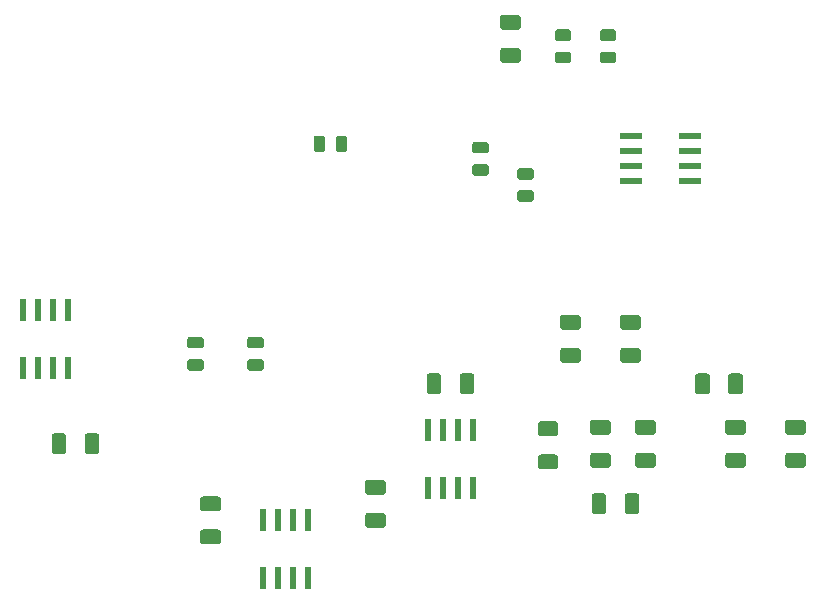
<source format=gbr>
G04 #@! TF.GenerationSoftware,KiCad,Pcbnew,(5.1.5-0-10_14)*
G04 #@! TF.CreationDate,2020-05-22T11:47:55+02:00*
G04 #@! TF.ProjectId,version2,76657273-696f-46e3-922e-6b696361645f,rev?*
G04 #@! TF.SameCoordinates,Original*
G04 #@! TF.FileFunction,Paste,Bot*
G04 #@! TF.FilePolarity,Positive*
%FSLAX46Y46*%
G04 Gerber Fmt 4.6, Leading zero omitted, Abs format (unit mm)*
G04 Created by KiCad (PCBNEW (5.1.5-0-10_14)) date 2020-05-22 11:47:55*
%MOMM*%
%LPD*%
G04 APERTURE LIST*
%ADD10R,0.590000X1.970000*%
%ADD11C,0.100000*%
%ADD12R,1.981200X0.558800*%
%ADD13R,0.558800X1.981200*%
G04 APERTURE END LIST*
D10*
X98425000Y-83885000D03*
X99695000Y-83885000D03*
X100965000Y-83885000D03*
X102235000Y-83885000D03*
X102235000Y-88835000D03*
X100965000Y-88835000D03*
X99695000Y-88835000D03*
X98425000Y-88835000D03*
D11*
G36*
X102129504Y-79136204D02*
G01*
X102153773Y-79139804D01*
X102177571Y-79145765D01*
X102200671Y-79154030D01*
X102222849Y-79164520D01*
X102243893Y-79177133D01*
X102263598Y-79191747D01*
X102281777Y-79208223D01*
X102298253Y-79226402D01*
X102312867Y-79246107D01*
X102325480Y-79267151D01*
X102335970Y-79289329D01*
X102344235Y-79312429D01*
X102350196Y-79336227D01*
X102353796Y-79360496D01*
X102355000Y-79385000D01*
X102355000Y-80635000D01*
X102353796Y-80659504D01*
X102350196Y-80683773D01*
X102344235Y-80707571D01*
X102335970Y-80730671D01*
X102325480Y-80752849D01*
X102312867Y-80773893D01*
X102298253Y-80793598D01*
X102281777Y-80811777D01*
X102263598Y-80828253D01*
X102243893Y-80842867D01*
X102222849Y-80855480D01*
X102200671Y-80865970D01*
X102177571Y-80874235D01*
X102153773Y-80880196D01*
X102129504Y-80883796D01*
X102105000Y-80885000D01*
X101355000Y-80885000D01*
X101330496Y-80883796D01*
X101306227Y-80880196D01*
X101282429Y-80874235D01*
X101259329Y-80865970D01*
X101237151Y-80855480D01*
X101216107Y-80842867D01*
X101196402Y-80828253D01*
X101178223Y-80811777D01*
X101161747Y-80793598D01*
X101147133Y-80773893D01*
X101134520Y-80752849D01*
X101124030Y-80730671D01*
X101115765Y-80707571D01*
X101109804Y-80683773D01*
X101106204Y-80659504D01*
X101105000Y-80635000D01*
X101105000Y-79385000D01*
X101106204Y-79360496D01*
X101109804Y-79336227D01*
X101115765Y-79312429D01*
X101124030Y-79289329D01*
X101134520Y-79267151D01*
X101147133Y-79246107D01*
X101161747Y-79226402D01*
X101178223Y-79208223D01*
X101196402Y-79191747D01*
X101216107Y-79177133D01*
X101237151Y-79164520D01*
X101259329Y-79154030D01*
X101282429Y-79145765D01*
X101306227Y-79139804D01*
X101330496Y-79136204D01*
X101355000Y-79135000D01*
X102105000Y-79135000D01*
X102129504Y-79136204D01*
G37*
G36*
X99329504Y-79136204D02*
G01*
X99353773Y-79139804D01*
X99377571Y-79145765D01*
X99400671Y-79154030D01*
X99422849Y-79164520D01*
X99443893Y-79177133D01*
X99463598Y-79191747D01*
X99481777Y-79208223D01*
X99498253Y-79226402D01*
X99512867Y-79246107D01*
X99525480Y-79267151D01*
X99535970Y-79289329D01*
X99544235Y-79312429D01*
X99550196Y-79336227D01*
X99553796Y-79360496D01*
X99555000Y-79385000D01*
X99555000Y-80635000D01*
X99553796Y-80659504D01*
X99550196Y-80683773D01*
X99544235Y-80707571D01*
X99535970Y-80730671D01*
X99525480Y-80752849D01*
X99512867Y-80773893D01*
X99498253Y-80793598D01*
X99481777Y-80811777D01*
X99463598Y-80828253D01*
X99443893Y-80842867D01*
X99422849Y-80855480D01*
X99400671Y-80865970D01*
X99377571Y-80874235D01*
X99353773Y-80880196D01*
X99329504Y-80883796D01*
X99305000Y-80885000D01*
X98555000Y-80885000D01*
X98530496Y-80883796D01*
X98506227Y-80880196D01*
X98482429Y-80874235D01*
X98459329Y-80865970D01*
X98437151Y-80855480D01*
X98416107Y-80842867D01*
X98396402Y-80828253D01*
X98378223Y-80811777D01*
X98361747Y-80793598D01*
X98347133Y-80773893D01*
X98334520Y-80752849D01*
X98324030Y-80730671D01*
X98315765Y-80707571D01*
X98309804Y-80683773D01*
X98306204Y-80659504D01*
X98305000Y-80635000D01*
X98305000Y-79385000D01*
X98306204Y-79360496D01*
X98309804Y-79336227D01*
X98315765Y-79312429D01*
X98324030Y-79289329D01*
X98334520Y-79267151D01*
X98347133Y-79246107D01*
X98361747Y-79226402D01*
X98378223Y-79208223D01*
X98396402Y-79191747D01*
X98416107Y-79177133D01*
X98437151Y-79164520D01*
X98459329Y-79154030D01*
X98482429Y-79145765D01*
X98506227Y-79139804D01*
X98530496Y-79136204D01*
X98555000Y-79135000D01*
X99305000Y-79135000D01*
X99329504Y-79136204D01*
G37*
G36*
X111139504Y-76976204D02*
G01*
X111163773Y-76979804D01*
X111187571Y-76985765D01*
X111210671Y-76994030D01*
X111232849Y-77004520D01*
X111253893Y-77017133D01*
X111273598Y-77031747D01*
X111291777Y-77048223D01*
X111308253Y-77066402D01*
X111322867Y-77086107D01*
X111335480Y-77107151D01*
X111345970Y-77129329D01*
X111354235Y-77152429D01*
X111360196Y-77176227D01*
X111363796Y-77200496D01*
X111365000Y-77225000D01*
X111365000Y-77975000D01*
X111363796Y-77999504D01*
X111360196Y-78023773D01*
X111354235Y-78047571D01*
X111345970Y-78070671D01*
X111335480Y-78092849D01*
X111322867Y-78113893D01*
X111308253Y-78133598D01*
X111291777Y-78151777D01*
X111273598Y-78168253D01*
X111253893Y-78182867D01*
X111232849Y-78195480D01*
X111210671Y-78205970D01*
X111187571Y-78214235D01*
X111163773Y-78220196D01*
X111139504Y-78223796D01*
X111115000Y-78225000D01*
X109865000Y-78225000D01*
X109840496Y-78223796D01*
X109816227Y-78220196D01*
X109792429Y-78214235D01*
X109769329Y-78205970D01*
X109747151Y-78195480D01*
X109726107Y-78182867D01*
X109706402Y-78168253D01*
X109688223Y-78151777D01*
X109671747Y-78133598D01*
X109657133Y-78113893D01*
X109644520Y-78092849D01*
X109634030Y-78070671D01*
X109625765Y-78047571D01*
X109619804Y-78023773D01*
X109616204Y-77999504D01*
X109615000Y-77975000D01*
X109615000Y-77225000D01*
X109616204Y-77200496D01*
X109619804Y-77176227D01*
X109625765Y-77152429D01*
X109634030Y-77129329D01*
X109644520Y-77107151D01*
X109657133Y-77086107D01*
X109671747Y-77066402D01*
X109688223Y-77048223D01*
X109706402Y-77031747D01*
X109726107Y-77017133D01*
X109747151Y-77004520D01*
X109769329Y-76994030D01*
X109792429Y-76985765D01*
X109816227Y-76979804D01*
X109840496Y-76976204D01*
X109865000Y-76975000D01*
X111115000Y-76975000D01*
X111139504Y-76976204D01*
G37*
G36*
X111139504Y-74176204D02*
G01*
X111163773Y-74179804D01*
X111187571Y-74185765D01*
X111210671Y-74194030D01*
X111232849Y-74204520D01*
X111253893Y-74217133D01*
X111273598Y-74231747D01*
X111291777Y-74248223D01*
X111308253Y-74266402D01*
X111322867Y-74286107D01*
X111335480Y-74307151D01*
X111345970Y-74329329D01*
X111354235Y-74352429D01*
X111360196Y-74376227D01*
X111363796Y-74400496D01*
X111365000Y-74425000D01*
X111365000Y-75175000D01*
X111363796Y-75199504D01*
X111360196Y-75223773D01*
X111354235Y-75247571D01*
X111345970Y-75270671D01*
X111335480Y-75292849D01*
X111322867Y-75313893D01*
X111308253Y-75333598D01*
X111291777Y-75351777D01*
X111273598Y-75368253D01*
X111253893Y-75382867D01*
X111232849Y-75395480D01*
X111210671Y-75405970D01*
X111187571Y-75414235D01*
X111163773Y-75420196D01*
X111139504Y-75423796D01*
X111115000Y-75425000D01*
X109865000Y-75425000D01*
X109840496Y-75423796D01*
X109816227Y-75420196D01*
X109792429Y-75414235D01*
X109769329Y-75405970D01*
X109747151Y-75395480D01*
X109726107Y-75382867D01*
X109706402Y-75368253D01*
X109688223Y-75351777D01*
X109671747Y-75333598D01*
X109657133Y-75313893D01*
X109644520Y-75292849D01*
X109634030Y-75270671D01*
X109625765Y-75247571D01*
X109619804Y-75223773D01*
X109616204Y-75199504D01*
X109615000Y-75175000D01*
X109615000Y-74425000D01*
X109616204Y-74400496D01*
X109619804Y-74376227D01*
X109625765Y-74352429D01*
X109634030Y-74329329D01*
X109644520Y-74307151D01*
X109657133Y-74286107D01*
X109671747Y-74266402D01*
X109688223Y-74248223D01*
X109706402Y-74231747D01*
X109726107Y-74217133D01*
X109747151Y-74204520D01*
X109769329Y-74194030D01*
X109792429Y-74185765D01*
X109816227Y-74179804D01*
X109840496Y-74176204D01*
X109865000Y-74175000D01*
X111115000Y-74175000D01*
X111139504Y-74176204D01*
G37*
G36*
X94629504Y-90946204D02*
G01*
X94653773Y-90949804D01*
X94677571Y-90955765D01*
X94700671Y-90964030D01*
X94722849Y-90974520D01*
X94743893Y-90987133D01*
X94763598Y-91001747D01*
X94781777Y-91018223D01*
X94798253Y-91036402D01*
X94812867Y-91056107D01*
X94825480Y-91077151D01*
X94835970Y-91099329D01*
X94844235Y-91122429D01*
X94850196Y-91146227D01*
X94853796Y-91170496D01*
X94855000Y-91195000D01*
X94855000Y-91945000D01*
X94853796Y-91969504D01*
X94850196Y-91993773D01*
X94844235Y-92017571D01*
X94835970Y-92040671D01*
X94825480Y-92062849D01*
X94812867Y-92083893D01*
X94798253Y-92103598D01*
X94781777Y-92121777D01*
X94763598Y-92138253D01*
X94743893Y-92152867D01*
X94722849Y-92165480D01*
X94700671Y-92175970D01*
X94677571Y-92184235D01*
X94653773Y-92190196D01*
X94629504Y-92193796D01*
X94605000Y-92195000D01*
X93355000Y-92195000D01*
X93330496Y-92193796D01*
X93306227Y-92190196D01*
X93282429Y-92184235D01*
X93259329Y-92175970D01*
X93237151Y-92165480D01*
X93216107Y-92152867D01*
X93196402Y-92138253D01*
X93178223Y-92121777D01*
X93161747Y-92103598D01*
X93147133Y-92083893D01*
X93134520Y-92062849D01*
X93124030Y-92040671D01*
X93115765Y-92017571D01*
X93109804Y-91993773D01*
X93106204Y-91969504D01*
X93105000Y-91945000D01*
X93105000Y-91195000D01*
X93106204Y-91170496D01*
X93109804Y-91146227D01*
X93115765Y-91122429D01*
X93124030Y-91099329D01*
X93134520Y-91077151D01*
X93147133Y-91056107D01*
X93161747Y-91036402D01*
X93178223Y-91018223D01*
X93196402Y-91001747D01*
X93216107Y-90987133D01*
X93237151Y-90974520D01*
X93259329Y-90964030D01*
X93282429Y-90955765D01*
X93306227Y-90949804D01*
X93330496Y-90946204D01*
X93355000Y-90945000D01*
X94605000Y-90945000D01*
X94629504Y-90946204D01*
G37*
G36*
X94629504Y-88146204D02*
G01*
X94653773Y-88149804D01*
X94677571Y-88155765D01*
X94700671Y-88164030D01*
X94722849Y-88174520D01*
X94743893Y-88187133D01*
X94763598Y-88201747D01*
X94781777Y-88218223D01*
X94798253Y-88236402D01*
X94812867Y-88256107D01*
X94825480Y-88277151D01*
X94835970Y-88299329D01*
X94844235Y-88322429D01*
X94850196Y-88346227D01*
X94853796Y-88370496D01*
X94855000Y-88395000D01*
X94855000Y-89145000D01*
X94853796Y-89169504D01*
X94850196Y-89193773D01*
X94844235Y-89217571D01*
X94835970Y-89240671D01*
X94825480Y-89262849D01*
X94812867Y-89283893D01*
X94798253Y-89303598D01*
X94781777Y-89321777D01*
X94763598Y-89338253D01*
X94743893Y-89352867D01*
X94722849Y-89365480D01*
X94700671Y-89375970D01*
X94677571Y-89384235D01*
X94653773Y-89390196D01*
X94629504Y-89393796D01*
X94605000Y-89395000D01*
X93355000Y-89395000D01*
X93330496Y-89393796D01*
X93306227Y-89390196D01*
X93282429Y-89384235D01*
X93259329Y-89375970D01*
X93237151Y-89365480D01*
X93216107Y-89352867D01*
X93196402Y-89338253D01*
X93178223Y-89321777D01*
X93161747Y-89303598D01*
X93147133Y-89283893D01*
X93134520Y-89262849D01*
X93124030Y-89240671D01*
X93115765Y-89217571D01*
X93109804Y-89193773D01*
X93106204Y-89169504D01*
X93105000Y-89145000D01*
X93105000Y-88395000D01*
X93106204Y-88370496D01*
X93109804Y-88346227D01*
X93115765Y-88322429D01*
X93124030Y-88299329D01*
X93134520Y-88277151D01*
X93147133Y-88256107D01*
X93161747Y-88236402D01*
X93178223Y-88218223D01*
X93196402Y-88201747D01*
X93216107Y-88187133D01*
X93237151Y-88174520D01*
X93259329Y-88164030D01*
X93282429Y-88155765D01*
X93306227Y-88149804D01*
X93330496Y-88146204D01*
X93355000Y-88145000D01*
X94605000Y-88145000D01*
X94629504Y-88146204D01*
G37*
G36*
X114145142Y-51886174D02*
G01*
X114168803Y-51889684D01*
X114192007Y-51895496D01*
X114214529Y-51903554D01*
X114236153Y-51913782D01*
X114256670Y-51926079D01*
X114275883Y-51940329D01*
X114293607Y-51956393D01*
X114309671Y-51974117D01*
X114323921Y-51993330D01*
X114336218Y-52013847D01*
X114346446Y-52035471D01*
X114354504Y-52057993D01*
X114360316Y-52081197D01*
X114363826Y-52104858D01*
X114365000Y-52128750D01*
X114365000Y-52616250D01*
X114363826Y-52640142D01*
X114360316Y-52663803D01*
X114354504Y-52687007D01*
X114346446Y-52709529D01*
X114336218Y-52731153D01*
X114323921Y-52751670D01*
X114309671Y-52770883D01*
X114293607Y-52788607D01*
X114275883Y-52804671D01*
X114256670Y-52818921D01*
X114236153Y-52831218D01*
X114214529Y-52841446D01*
X114192007Y-52849504D01*
X114168803Y-52855316D01*
X114145142Y-52858826D01*
X114121250Y-52860000D01*
X113208750Y-52860000D01*
X113184858Y-52858826D01*
X113161197Y-52855316D01*
X113137993Y-52849504D01*
X113115471Y-52841446D01*
X113093847Y-52831218D01*
X113073330Y-52818921D01*
X113054117Y-52804671D01*
X113036393Y-52788607D01*
X113020329Y-52770883D01*
X113006079Y-52751670D01*
X112993782Y-52731153D01*
X112983554Y-52709529D01*
X112975496Y-52687007D01*
X112969684Y-52663803D01*
X112966174Y-52640142D01*
X112965000Y-52616250D01*
X112965000Y-52128750D01*
X112966174Y-52104858D01*
X112969684Y-52081197D01*
X112975496Y-52057993D01*
X112983554Y-52035471D01*
X112993782Y-52013847D01*
X113006079Y-51993330D01*
X113020329Y-51974117D01*
X113036393Y-51956393D01*
X113054117Y-51940329D01*
X113073330Y-51926079D01*
X113093847Y-51913782D01*
X113115471Y-51903554D01*
X113137993Y-51895496D01*
X113161197Y-51889684D01*
X113184858Y-51886174D01*
X113208750Y-51885000D01*
X114121250Y-51885000D01*
X114145142Y-51886174D01*
G37*
G36*
X114145142Y-50011174D02*
G01*
X114168803Y-50014684D01*
X114192007Y-50020496D01*
X114214529Y-50028554D01*
X114236153Y-50038782D01*
X114256670Y-50051079D01*
X114275883Y-50065329D01*
X114293607Y-50081393D01*
X114309671Y-50099117D01*
X114323921Y-50118330D01*
X114336218Y-50138847D01*
X114346446Y-50160471D01*
X114354504Y-50182993D01*
X114360316Y-50206197D01*
X114363826Y-50229858D01*
X114365000Y-50253750D01*
X114365000Y-50741250D01*
X114363826Y-50765142D01*
X114360316Y-50788803D01*
X114354504Y-50812007D01*
X114346446Y-50834529D01*
X114336218Y-50856153D01*
X114323921Y-50876670D01*
X114309671Y-50895883D01*
X114293607Y-50913607D01*
X114275883Y-50929671D01*
X114256670Y-50943921D01*
X114236153Y-50956218D01*
X114214529Y-50966446D01*
X114192007Y-50974504D01*
X114168803Y-50980316D01*
X114145142Y-50983826D01*
X114121250Y-50985000D01*
X113208750Y-50985000D01*
X113184858Y-50983826D01*
X113161197Y-50980316D01*
X113137993Y-50974504D01*
X113115471Y-50966446D01*
X113093847Y-50956218D01*
X113073330Y-50943921D01*
X113054117Y-50929671D01*
X113036393Y-50913607D01*
X113020329Y-50895883D01*
X113006079Y-50876670D01*
X112993782Y-50856153D01*
X112983554Y-50834529D01*
X112975496Y-50812007D01*
X112969684Y-50788803D01*
X112966174Y-50765142D01*
X112965000Y-50741250D01*
X112965000Y-50253750D01*
X112966174Y-50229858D01*
X112969684Y-50206197D01*
X112975496Y-50182993D01*
X112983554Y-50160471D01*
X112993782Y-50138847D01*
X113006079Y-50118330D01*
X113020329Y-50099117D01*
X113036393Y-50081393D01*
X113054117Y-50065329D01*
X113073330Y-50051079D01*
X113093847Y-50038782D01*
X113115471Y-50028554D01*
X113137993Y-50020496D01*
X113161197Y-50014684D01*
X113184858Y-50011174D01*
X113208750Y-50010000D01*
X114121250Y-50010000D01*
X114145142Y-50011174D01*
G37*
G36*
X116219504Y-76976204D02*
G01*
X116243773Y-76979804D01*
X116267571Y-76985765D01*
X116290671Y-76994030D01*
X116312849Y-77004520D01*
X116333893Y-77017133D01*
X116353598Y-77031747D01*
X116371777Y-77048223D01*
X116388253Y-77066402D01*
X116402867Y-77086107D01*
X116415480Y-77107151D01*
X116425970Y-77129329D01*
X116434235Y-77152429D01*
X116440196Y-77176227D01*
X116443796Y-77200496D01*
X116445000Y-77225000D01*
X116445000Y-77975000D01*
X116443796Y-77999504D01*
X116440196Y-78023773D01*
X116434235Y-78047571D01*
X116425970Y-78070671D01*
X116415480Y-78092849D01*
X116402867Y-78113893D01*
X116388253Y-78133598D01*
X116371777Y-78151777D01*
X116353598Y-78168253D01*
X116333893Y-78182867D01*
X116312849Y-78195480D01*
X116290671Y-78205970D01*
X116267571Y-78214235D01*
X116243773Y-78220196D01*
X116219504Y-78223796D01*
X116195000Y-78225000D01*
X114945000Y-78225000D01*
X114920496Y-78223796D01*
X114896227Y-78220196D01*
X114872429Y-78214235D01*
X114849329Y-78205970D01*
X114827151Y-78195480D01*
X114806107Y-78182867D01*
X114786402Y-78168253D01*
X114768223Y-78151777D01*
X114751747Y-78133598D01*
X114737133Y-78113893D01*
X114724520Y-78092849D01*
X114714030Y-78070671D01*
X114705765Y-78047571D01*
X114699804Y-78023773D01*
X114696204Y-77999504D01*
X114695000Y-77975000D01*
X114695000Y-77225000D01*
X114696204Y-77200496D01*
X114699804Y-77176227D01*
X114705765Y-77152429D01*
X114714030Y-77129329D01*
X114724520Y-77107151D01*
X114737133Y-77086107D01*
X114751747Y-77066402D01*
X114768223Y-77048223D01*
X114786402Y-77031747D01*
X114806107Y-77017133D01*
X114827151Y-77004520D01*
X114849329Y-76994030D01*
X114872429Y-76985765D01*
X114896227Y-76979804D01*
X114920496Y-76976204D01*
X114945000Y-76975000D01*
X116195000Y-76975000D01*
X116219504Y-76976204D01*
G37*
G36*
X116219504Y-74176204D02*
G01*
X116243773Y-74179804D01*
X116267571Y-74185765D01*
X116290671Y-74194030D01*
X116312849Y-74204520D01*
X116333893Y-74217133D01*
X116353598Y-74231747D01*
X116371777Y-74248223D01*
X116388253Y-74266402D01*
X116402867Y-74286107D01*
X116415480Y-74307151D01*
X116425970Y-74329329D01*
X116434235Y-74352429D01*
X116440196Y-74376227D01*
X116443796Y-74400496D01*
X116445000Y-74425000D01*
X116445000Y-75175000D01*
X116443796Y-75199504D01*
X116440196Y-75223773D01*
X116434235Y-75247571D01*
X116425970Y-75270671D01*
X116415480Y-75292849D01*
X116402867Y-75313893D01*
X116388253Y-75333598D01*
X116371777Y-75351777D01*
X116353598Y-75368253D01*
X116333893Y-75382867D01*
X116312849Y-75395480D01*
X116290671Y-75405970D01*
X116267571Y-75414235D01*
X116243773Y-75420196D01*
X116219504Y-75423796D01*
X116195000Y-75425000D01*
X114945000Y-75425000D01*
X114920496Y-75423796D01*
X114896227Y-75420196D01*
X114872429Y-75414235D01*
X114849329Y-75405970D01*
X114827151Y-75395480D01*
X114806107Y-75382867D01*
X114786402Y-75368253D01*
X114768223Y-75351777D01*
X114751747Y-75333598D01*
X114737133Y-75313893D01*
X114724520Y-75292849D01*
X114714030Y-75270671D01*
X114705765Y-75247571D01*
X114699804Y-75223773D01*
X114696204Y-75199504D01*
X114695000Y-75175000D01*
X114695000Y-74425000D01*
X114696204Y-74400496D01*
X114699804Y-74376227D01*
X114705765Y-74352429D01*
X114714030Y-74329329D01*
X114724520Y-74307151D01*
X114737133Y-74286107D01*
X114751747Y-74266402D01*
X114768223Y-74248223D01*
X114786402Y-74231747D01*
X114806107Y-74217133D01*
X114827151Y-74204520D01*
X114849329Y-74194030D01*
X114872429Y-74185765D01*
X114896227Y-74179804D01*
X114920496Y-74176204D01*
X114945000Y-74175000D01*
X116195000Y-74175000D01*
X116219504Y-74176204D01*
G37*
G36*
X109234504Y-83196204D02*
G01*
X109258773Y-83199804D01*
X109282571Y-83205765D01*
X109305671Y-83214030D01*
X109327849Y-83224520D01*
X109348893Y-83237133D01*
X109368598Y-83251747D01*
X109386777Y-83268223D01*
X109403253Y-83286402D01*
X109417867Y-83306107D01*
X109430480Y-83327151D01*
X109440970Y-83349329D01*
X109449235Y-83372429D01*
X109455196Y-83396227D01*
X109458796Y-83420496D01*
X109460000Y-83445000D01*
X109460000Y-84195000D01*
X109458796Y-84219504D01*
X109455196Y-84243773D01*
X109449235Y-84267571D01*
X109440970Y-84290671D01*
X109430480Y-84312849D01*
X109417867Y-84333893D01*
X109403253Y-84353598D01*
X109386777Y-84371777D01*
X109368598Y-84388253D01*
X109348893Y-84402867D01*
X109327849Y-84415480D01*
X109305671Y-84425970D01*
X109282571Y-84434235D01*
X109258773Y-84440196D01*
X109234504Y-84443796D01*
X109210000Y-84445000D01*
X107960000Y-84445000D01*
X107935496Y-84443796D01*
X107911227Y-84440196D01*
X107887429Y-84434235D01*
X107864329Y-84425970D01*
X107842151Y-84415480D01*
X107821107Y-84402867D01*
X107801402Y-84388253D01*
X107783223Y-84371777D01*
X107766747Y-84353598D01*
X107752133Y-84333893D01*
X107739520Y-84312849D01*
X107729030Y-84290671D01*
X107720765Y-84267571D01*
X107714804Y-84243773D01*
X107711204Y-84219504D01*
X107710000Y-84195000D01*
X107710000Y-83445000D01*
X107711204Y-83420496D01*
X107714804Y-83396227D01*
X107720765Y-83372429D01*
X107729030Y-83349329D01*
X107739520Y-83327151D01*
X107752133Y-83306107D01*
X107766747Y-83286402D01*
X107783223Y-83268223D01*
X107801402Y-83251747D01*
X107821107Y-83237133D01*
X107842151Y-83224520D01*
X107864329Y-83214030D01*
X107887429Y-83205765D01*
X107911227Y-83199804D01*
X107935496Y-83196204D01*
X107960000Y-83195000D01*
X109210000Y-83195000D01*
X109234504Y-83196204D01*
G37*
G36*
X109234504Y-85996204D02*
G01*
X109258773Y-85999804D01*
X109282571Y-86005765D01*
X109305671Y-86014030D01*
X109327849Y-86024520D01*
X109348893Y-86037133D01*
X109368598Y-86051747D01*
X109386777Y-86068223D01*
X109403253Y-86086402D01*
X109417867Y-86106107D01*
X109430480Y-86127151D01*
X109440970Y-86149329D01*
X109449235Y-86172429D01*
X109455196Y-86196227D01*
X109458796Y-86220496D01*
X109460000Y-86245000D01*
X109460000Y-86995000D01*
X109458796Y-87019504D01*
X109455196Y-87043773D01*
X109449235Y-87067571D01*
X109440970Y-87090671D01*
X109430480Y-87112849D01*
X109417867Y-87133893D01*
X109403253Y-87153598D01*
X109386777Y-87171777D01*
X109368598Y-87188253D01*
X109348893Y-87202867D01*
X109327849Y-87215480D01*
X109305671Y-87225970D01*
X109282571Y-87234235D01*
X109258773Y-87240196D01*
X109234504Y-87243796D01*
X109210000Y-87245000D01*
X107960000Y-87245000D01*
X107935496Y-87243796D01*
X107911227Y-87240196D01*
X107887429Y-87234235D01*
X107864329Y-87225970D01*
X107842151Y-87215480D01*
X107821107Y-87202867D01*
X107801402Y-87188253D01*
X107783223Y-87171777D01*
X107766747Y-87153598D01*
X107752133Y-87133893D01*
X107739520Y-87112849D01*
X107729030Y-87090671D01*
X107720765Y-87067571D01*
X107714804Y-87043773D01*
X107711204Y-87019504D01*
X107710000Y-86995000D01*
X107710000Y-86245000D01*
X107711204Y-86220496D01*
X107714804Y-86196227D01*
X107720765Y-86172429D01*
X107729030Y-86149329D01*
X107739520Y-86127151D01*
X107752133Y-86106107D01*
X107766747Y-86086402D01*
X107783223Y-86068223D01*
X107801402Y-86051747D01*
X107821107Y-86037133D01*
X107842151Y-86024520D01*
X107864329Y-86014030D01*
X107887429Y-86005765D01*
X107911227Y-85999804D01*
X107935496Y-85996204D01*
X107960000Y-85995000D01*
X109210000Y-85995000D01*
X109234504Y-85996204D01*
G37*
D12*
X120573800Y-62865000D03*
X120573800Y-61595000D03*
X120573800Y-60325000D03*
X120573800Y-59055000D03*
X115646200Y-59055000D03*
X115646200Y-60325000D03*
X115646200Y-61595000D03*
X115646200Y-62865000D03*
D13*
X84455000Y-96443800D03*
X85725000Y-96443800D03*
X86995000Y-96443800D03*
X88265000Y-96443800D03*
X88265000Y-91516200D03*
X86995000Y-91516200D03*
X85725000Y-91516200D03*
X84455000Y-91516200D03*
X67945000Y-73736200D03*
X66675000Y-73736200D03*
X65405000Y-73736200D03*
X64135000Y-73736200D03*
X64135000Y-78663800D03*
X65405000Y-78663800D03*
X66675000Y-78663800D03*
X67945000Y-78663800D03*
D11*
G36*
X110335142Y-51886174D02*
G01*
X110358803Y-51889684D01*
X110382007Y-51895496D01*
X110404529Y-51903554D01*
X110426153Y-51913782D01*
X110446670Y-51926079D01*
X110465883Y-51940329D01*
X110483607Y-51956393D01*
X110499671Y-51974117D01*
X110513921Y-51993330D01*
X110526218Y-52013847D01*
X110536446Y-52035471D01*
X110544504Y-52057993D01*
X110550316Y-52081197D01*
X110553826Y-52104858D01*
X110555000Y-52128750D01*
X110555000Y-52616250D01*
X110553826Y-52640142D01*
X110550316Y-52663803D01*
X110544504Y-52687007D01*
X110536446Y-52709529D01*
X110526218Y-52731153D01*
X110513921Y-52751670D01*
X110499671Y-52770883D01*
X110483607Y-52788607D01*
X110465883Y-52804671D01*
X110446670Y-52818921D01*
X110426153Y-52831218D01*
X110404529Y-52841446D01*
X110382007Y-52849504D01*
X110358803Y-52855316D01*
X110335142Y-52858826D01*
X110311250Y-52860000D01*
X109398750Y-52860000D01*
X109374858Y-52858826D01*
X109351197Y-52855316D01*
X109327993Y-52849504D01*
X109305471Y-52841446D01*
X109283847Y-52831218D01*
X109263330Y-52818921D01*
X109244117Y-52804671D01*
X109226393Y-52788607D01*
X109210329Y-52770883D01*
X109196079Y-52751670D01*
X109183782Y-52731153D01*
X109173554Y-52709529D01*
X109165496Y-52687007D01*
X109159684Y-52663803D01*
X109156174Y-52640142D01*
X109155000Y-52616250D01*
X109155000Y-52128750D01*
X109156174Y-52104858D01*
X109159684Y-52081197D01*
X109165496Y-52057993D01*
X109173554Y-52035471D01*
X109183782Y-52013847D01*
X109196079Y-51993330D01*
X109210329Y-51974117D01*
X109226393Y-51956393D01*
X109244117Y-51940329D01*
X109263330Y-51926079D01*
X109283847Y-51913782D01*
X109305471Y-51903554D01*
X109327993Y-51895496D01*
X109351197Y-51889684D01*
X109374858Y-51886174D01*
X109398750Y-51885000D01*
X110311250Y-51885000D01*
X110335142Y-51886174D01*
G37*
G36*
X110335142Y-50011174D02*
G01*
X110358803Y-50014684D01*
X110382007Y-50020496D01*
X110404529Y-50028554D01*
X110426153Y-50038782D01*
X110446670Y-50051079D01*
X110465883Y-50065329D01*
X110483607Y-50081393D01*
X110499671Y-50099117D01*
X110513921Y-50118330D01*
X110526218Y-50138847D01*
X110536446Y-50160471D01*
X110544504Y-50182993D01*
X110550316Y-50206197D01*
X110553826Y-50229858D01*
X110555000Y-50253750D01*
X110555000Y-50741250D01*
X110553826Y-50765142D01*
X110550316Y-50788803D01*
X110544504Y-50812007D01*
X110536446Y-50834529D01*
X110526218Y-50856153D01*
X110513921Y-50876670D01*
X110499671Y-50895883D01*
X110483607Y-50913607D01*
X110465883Y-50929671D01*
X110446670Y-50943921D01*
X110426153Y-50956218D01*
X110404529Y-50966446D01*
X110382007Y-50974504D01*
X110358803Y-50980316D01*
X110335142Y-50983826D01*
X110311250Y-50985000D01*
X109398750Y-50985000D01*
X109374858Y-50983826D01*
X109351197Y-50980316D01*
X109327993Y-50974504D01*
X109305471Y-50966446D01*
X109283847Y-50956218D01*
X109263330Y-50943921D01*
X109244117Y-50929671D01*
X109226393Y-50913607D01*
X109210329Y-50895883D01*
X109196079Y-50876670D01*
X109183782Y-50856153D01*
X109173554Y-50834529D01*
X109165496Y-50812007D01*
X109159684Y-50788803D01*
X109156174Y-50765142D01*
X109155000Y-50741250D01*
X109155000Y-50253750D01*
X109156174Y-50229858D01*
X109159684Y-50206197D01*
X109165496Y-50182993D01*
X109173554Y-50160471D01*
X109183782Y-50138847D01*
X109196079Y-50118330D01*
X109210329Y-50099117D01*
X109226393Y-50081393D01*
X109244117Y-50065329D01*
X109263330Y-50051079D01*
X109283847Y-50038782D01*
X109305471Y-50028554D01*
X109327993Y-50020496D01*
X109351197Y-50014684D01*
X109374858Y-50011174D01*
X109398750Y-50010000D01*
X110311250Y-50010000D01*
X110335142Y-50011174D01*
G37*
G36*
X91375142Y-58991174D02*
G01*
X91398803Y-58994684D01*
X91422007Y-59000496D01*
X91444529Y-59008554D01*
X91466153Y-59018782D01*
X91486670Y-59031079D01*
X91505883Y-59045329D01*
X91523607Y-59061393D01*
X91539671Y-59079117D01*
X91553921Y-59098330D01*
X91566218Y-59118847D01*
X91576446Y-59140471D01*
X91584504Y-59162993D01*
X91590316Y-59186197D01*
X91593826Y-59209858D01*
X91595000Y-59233750D01*
X91595000Y-60146250D01*
X91593826Y-60170142D01*
X91590316Y-60193803D01*
X91584504Y-60217007D01*
X91576446Y-60239529D01*
X91566218Y-60261153D01*
X91553921Y-60281670D01*
X91539671Y-60300883D01*
X91523607Y-60318607D01*
X91505883Y-60334671D01*
X91486670Y-60348921D01*
X91466153Y-60361218D01*
X91444529Y-60371446D01*
X91422007Y-60379504D01*
X91398803Y-60385316D01*
X91375142Y-60388826D01*
X91351250Y-60390000D01*
X90863750Y-60390000D01*
X90839858Y-60388826D01*
X90816197Y-60385316D01*
X90792993Y-60379504D01*
X90770471Y-60371446D01*
X90748847Y-60361218D01*
X90728330Y-60348921D01*
X90709117Y-60334671D01*
X90691393Y-60318607D01*
X90675329Y-60300883D01*
X90661079Y-60281670D01*
X90648782Y-60261153D01*
X90638554Y-60239529D01*
X90630496Y-60217007D01*
X90624684Y-60193803D01*
X90621174Y-60170142D01*
X90620000Y-60146250D01*
X90620000Y-59233750D01*
X90621174Y-59209858D01*
X90624684Y-59186197D01*
X90630496Y-59162993D01*
X90638554Y-59140471D01*
X90648782Y-59118847D01*
X90661079Y-59098330D01*
X90675329Y-59079117D01*
X90691393Y-59061393D01*
X90709117Y-59045329D01*
X90728330Y-59031079D01*
X90748847Y-59018782D01*
X90770471Y-59008554D01*
X90792993Y-59000496D01*
X90816197Y-58994684D01*
X90839858Y-58991174D01*
X90863750Y-58990000D01*
X91351250Y-58990000D01*
X91375142Y-58991174D01*
G37*
G36*
X89500142Y-58991174D02*
G01*
X89523803Y-58994684D01*
X89547007Y-59000496D01*
X89569529Y-59008554D01*
X89591153Y-59018782D01*
X89611670Y-59031079D01*
X89630883Y-59045329D01*
X89648607Y-59061393D01*
X89664671Y-59079117D01*
X89678921Y-59098330D01*
X89691218Y-59118847D01*
X89701446Y-59140471D01*
X89709504Y-59162993D01*
X89715316Y-59186197D01*
X89718826Y-59209858D01*
X89720000Y-59233750D01*
X89720000Y-60146250D01*
X89718826Y-60170142D01*
X89715316Y-60193803D01*
X89709504Y-60217007D01*
X89701446Y-60239529D01*
X89691218Y-60261153D01*
X89678921Y-60281670D01*
X89664671Y-60300883D01*
X89648607Y-60318607D01*
X89630883Y-60334671D01*
X89611670Y-60348921D01*
X89591153Y-60361218D01*
X89569529Y-60371446D01*
X89547007Y-60379504D01*
X89523803Y-60385316D01*
X89500142Y-60388826D01*
X89476250Y-60390000D01*
X88988750Y-60390000D01*
X88964858Y-60388826D01*
X88941197Y-60385316D01*
X88917993Y-60379504D01*
X88895471Y-60371446D01*
X88873847Y-60361218D01*
X88853330Y-60348921D01*
X88834117Y-60334671D01*
X88816393Y-60318607D01*
X88800329Y-60300883D01*
X88786079Y-60281670D01*
X88773782Y-60261153D01*
X88763554Y-60239529D01*
X88755496Y-60217007D01*
X88749684Y-60193803D01*
X88746174Y-60170142D01*
X88745000Y-60146250D01*
X88745000Y-59233750D01*
X88746174Y-59209858D01*
X88749684Y-59186197D01*
X88755496Y-59162993D01*
X88763554Y-59140471D01*
X88773782Y-59118847D01*
X88786079Y-59098330D01*
X88800329Y-59079117D01*
X88816393Y-59061393D01*
X88834117Y-59045329D01*
X88853330Y-59031079D01*
X88873847Y-59018782D01*
X88895471Y-59008554D01*
X88917993Y-59000496D01*
X88941197Y-58994684D01*
X88964858Y-58991174D01*
X88988750Y-58990000D01*
X89476250Y-58990000D01*
X89500142Y-58991174D01*
G37*
G36*
X107160142Y-61743674D02*
G01*
X107183803Y-61747184D01*
X107207007Y-61752996D01*
X107229529Y-61761054D01*
X107251153Y-61771282D01*
X107271670Y-61783579D01*
X107290883Y-61797829D01*
X107308607Y-61813893D01*
X107324671Y-61831617D01*
X107338921Y-61850830D01*
X107351218Y-61871347D01*
X107361446Y-61892971D01*
X107369504Y-61915493D01*
X107375316Y-61938697D01*
X107378826Y-61962358D01*
X107380000Y-61986250D01*
X107380000Y-62473750D01*
X107378826Y-62497642D01*
X107375316Y-62521303D01*
X107369504Y-62544507D01*
X107361446Y-62567029D01*
X107351218Y-62588653D01*
X107338921Y-62609170D01*
X107324671Y-62628383D01*
X107308607Y-62646107D01*
X107290883Y-62662171D01*
X107271670Y-62676421D01*
X107251153Y-62688718D01*
X107229529Y-62698946D01*
X107207007Y-62707004D01*
X107183803Y-62712816D01*
X107160142Y-62716326D01*
X107136250Y-62717500D01*
X106223750Y-62717500D01*
X106199858Y-62716326D01*
X106176197Y-62712816D01*
X106152993Y-62707004D01*
X106130471Y-62698946D01*
X106108847Y-62688718D01*
X106088330Y-62676421D01*
X106069117Y-62662171D01*
X106051393Y-62646107D01*
X106035329Y-62628383D01*
X106021079Y-62609170D01*
X106008782Y-62588653D01*
X105998554Y-62567029D01*
X105990496Y-62544507D01*
X105984684Y-62521303D01*
X105981174Y-62497642D01*
X105980000Y-62473750D01*
X105980000Y-61986250D01*
X105981174Y-61962358D01*
X105984684Y-61938697D01*
X105990496Y-61915493D01*
X105998554Y-61892971D01*
X106008782Y-61871347D01*
X106021079Y-61850830D01*
X106035329Y-61831617D01*
X106051393Y-61813893D01*
X106069117Y-61797829D01*
X106088330Y-61783579D01*
X106108847Y-61771282D01*
X106130471Y-61761054D01*
X106152993Y-61752996D01*
X106176197Y-61747184D01*
X106199858Y-61743674D01*
X106223750Y-61742500D01*
X107136250Y-61742500D01*
X107160142Y-61743674D01*
G37*
G36*
X107160142Y-63618674D02*
G01*
X107183803Y-63622184D01*
X107207007Y-63627996D01*
X107229529Y-63636054D01*
X107251153Y-63646282D01*
X107271670Y-63658579D01*
X107290883Y-63672829D01*
X107308607Y-63688893D01*
X107324671Y-63706617D01*
X107338921Y-63725830D01*
X107351218Y-63746347D01*
X107361446Y-63767971D01*
X107369504Y-63790493D01*
X107375316Y-63813697D01*
X107378826Y-63837358D01*
X107380000Y-63861250D01*
X107380000Y-64348750D01*
X107378826Y-64372642D01*
X107375316Y-64396303D01*
X107369504Y-64419507D01*
X107361446Y-64442029D01*
X107351218Y-64463653D01*
X107338921Y-64484170D01*
X107324671Y-64503383D01*
X107308607Y-64521107D01*
X107290883Y-64537171D01*
X107271670Y-64551421D01*
X107251153Y-64563718D01*
X107229529Y-64573946D01*
X107207007Y-64582004D01*
X107183803Y-64587816D01*
X107160142Y-64591326D01*
X107136250Y-64592500D01*
X106223750Y-64592500D01*
X106199858Y-64591326D01*
X106176197Y-64587816D01*
X106152993Y-64582004D01*
X106130471Y-64573946D01*
X106108847Y-64563718D01*
X106088330Y-64551421D01*
X106069117Y-64537171D01*
X106051393Y-64521107D01*
X106035329Y-64503383D01*
X106021079Y-64484170D01*
X106008782Y-64463653D01*
X105998554Y-64442029D01*
X105990496Y-64419507D01*
X105984684Y-64396303D01*
X105981174Y-64372642D01*
X105980000Y-64348750D01*
X105980000Y-63861250D01*
X105981174Y-63837358D01*
X105984684Y-63813697D01*
X105990496Y-63790493D01*
X105998554Y-63767971D01*
X106008782Y-63746347D01*
X106021079Y-63725830D01*
X106035329Y-63706617D01*
X106051393Y-63688893D01*
X106069117Y-63672829D01*
X106088330Y-63658579D01*
X106108847Y-63646282D01*
X106130471Y-63636054D01*
X106152993Y-63627996D01*
X106176197Y-63622184D01*
X106199858Y-63618674D01*
X106223750Y-63617500D01*
X107136250Y-63617500D01*
X107160142Y-63618674D01*
G37*
G36*
X103350142Y-61411174D02*
G01*
X103373803Y-61414684D01*
X103397007Y-61420496D01*
X103419529Y-61428554D01*
X103441153Y-61438782D01*
X103461670Y-61451079D01*
X103480883Y-61465329D01*
X103498607Y-61481393D01*
X103514671Y-61499117D01*
X103528921Y-61518330D01*
X103541218Y-61538847D01*
X103551446Y-61560471D01*
X103559504Y-61582993D01*
X103565316Y-61606197D01*
X103568826Y-61629858D01*
X103570000Y-61653750D01*
X103570000Y-62141250D01*
X103568826Y-62165142D01*
X103565316Y-62188803D01*
X103559504Y-62212007D01*
X103551446Y-62234529D01*
X103541218Y-62256153D01*
X103528921Y-62276670D01*
X103514671Y-62295883D01*
X103498607Y-62313607D01*
X103480883Y-62329671D01*
X103461670Y-62343921D01*
X103441153Y-62356218D01*
X103419529Y-62366446D01*
X103397007Y-62374504D01*
X103373803Y-62380316D01*
X103350142Y-62383826D01*
X103326250Y-62385000D01*
X102413750Y-62385000D01*
X102389858Y-62383826D01*
X102366197Y-62380316D01*
X102342993Y-62374504D01*
X102320471Y-62366446D01*
X102298847Y-62356218D01*
X102278330Y-62343921D01*
X102259117Y-62329671D01*
X102241393Y-62313607D01*
X102225329Y-62295883D01*
X102211079Y-62276670D01*
X102198782Y-62256153D01*
X102188554Y-62234529D01*
X102180496Y-62212007D01*
X102174684Y-62188803D01*
X102171174Y-62165142D01*
X102170000Y-62141250D01*
X102170000Y-61653750D01*
X102171174Y-61629858D01*
X102174684Y-61606197D01*
X102180496Y-61582993D01*
X102188554Y-61560471D01*
X102198782Y-61538847D01*
X102211079Y-61518330D01*
X102225329Y-61499117D01*
X102241393Y-61481393D01*
X102259117Y-61465329D01*
X102278330Y-61451079D01*
X102298847Y-61438782D01*
X102320471Y-61428554D01*
X102342993Y-61420496D01*
X102366197Y-61414684D01*
X102389858Y-61411174D01*
X102413750Y-61410000D01*
X103326250Y-61410000D01*
X103350142Y-61411174D01*
G37*
G36*
X103350142Y-59536174D02*
G01*
X103373803Y-59539684D01*
X103397007Y-59545496D01*
X103419529Y-59553554D01*
X103441153Y-59563782D01*
X103461670Y-59576079D01*
X103480883Y-59590329D01*
X103498607Y-59606393D01*
X103514671Y-59624117D01*
X103528921Y-59643330D01*
X103541218Y-59663847D01*
X103551446Y-59685471D01*
X103559504Y-59707993D01*
X103565316Y-59731197D01*
X103568826Y-59754858D01*
X103570000Y-59778750D01*
X103570000Y-60266250D01*
X103568826Y-60290142D01*
X103565316Y-60313803D01*
X103559504Y-60337007D01*
X103551446Y-60359529D01*
X103541218Y-60381153D01*
X103528921Y-60401670D01*
X103514671Y-60420883D01*
X103498607Y-60438607D01*
X103480883Y-60454671D01*
X103461670Y-60468921D01*
X103441153Y-60481218D01*
X103419529Y-60491446D01*
X103397007Y-60499504D01*
X103373803Y-60505316D01*
X103350142Y-60508826D01*
X103326250Y-60510000D01*
X102413750Y-60510000D01*
X102389858Y-60508826D01*
X102366197Y-60505316D01*
X102342993Y-60499504D01*
X102320471Y-60491446D01*
X102298847Y-60481218D01*
X102278330Y-60468921D01*
X102259117Y-60454671D01*
X102241393Y-60438607D01*
X102225329Y-60420883D01*
X102211079Y-60401670D01*
X102198782Y-60381153D01*
X102188554Y-60359529D01*
X102180496Y-60337007D01*
X102174684Y-60313803D01*
X102171174Y-60290142D01*
X102170000Y-60266250D01*
X102170000Y-59778750D01*
X102171174Y-59754858D01*
X102174684Y-59731197D01*
X102180496Y-59707993D01*
X102188554Y-59685471D01*
X102198782Y-59663847D01*
X102211079Y-59643330D01*
X102225329Y-59624117D01*
X102241393Y-59606393D01*
X102259117Y-59590329D01*
X102278330Y-59576079D01*
X102298847Y-59563782D01*
X102320471Y-59553554D01*
X102342993Y-59545496D01*
X102366197Y-59539684D01*
X102389858Y-59536174D01*
X102413750Y-59535000D01*
X103326250Y-59535000D01*
X103350142Y-59536174D01*
G37*
G36*
X79220142Y-77921174D02*
G01*
X79243803Y-77924684D01*
X79267007Y-77930496D01*
X79289529Y-77938554D01*
X79311153Y-77948782D01*
X79331670Y-77961079D01*
X79350883Y-77975329D01*
X79368607Y-77991393D01*
X79384671Y-78009117D01*
X79398921Y-78028330D01*
X79411218Y-78048847D01*
X79421446Y-78070471D01*
X79429504Y-78092993D01*
X79435316Y-78116197D01*
X79438826Y-78139858D01*
X79440000Y-78163750D01*
X79440000Y-78651250D01*
X79438826Y-78675142D01*
X79435316Y-78698803D01*
X79429504Y-78722007D01*
X79421446Y-78744529D01*
X79411218Y-78766153D01*
X79398921Y-78786670D01*
X79384671Y-78805883D01*
X79368607Y-78823607D01*
X79350883Y-78839671D01*
X79331670Y-78853921D01*
X79311153Y-78866218D01*
X79289529Y-78876446D01*
X79267007Y-78884504D01*
X79243803Y-78890316D01*
X79220142Y-78893826D01*
X79196250Y-78895000D01*
X78283750Y-78895000D01*
X78259858Y-78893826D01*
X78236197Y-78890316D01*
X78212993Y-78884504D01*
X78190471Y-78876446D01*
X78168847Y-78866218D01*
X78148330Y-78853921D01*
X78129117Y-78839671D01*
X78111393Y-78823607D01*
X78095329Y-78805883D01*
X78081079Y-78786670D01*
X78068782Y-78766153D01*
X78058554Y-78744529D01*
X78050496Y-78722007D01*
X78044684Y-78698803D01*
X78041174Y-78675142D01*
X78040000Y-78651250D01*
X78040000Y-78163750D01*
X78041174Y-78139858D01*
X78044684Y-78116197D01*
X78050496Y-78092993D01*
X78058554Y-78070471D01*
X78068782Y-78048847D01*
X78081079Y-78028330D01*
X78095329Y-78009117D01*
X78111393Y-77991393D01*
X78129117Y-77975329D01*
X78148330Y-77961079D01*
X78168847Y-77948782D01*
X78190471Y-77938554D01*
X78212993Y-77930496D01*
X78236197Y-77924684D01*
X78259858Y-77921174D01*
X78283750Y-77920000D01*
X79196250Y-77920000D01*
X79220142Y-77921174D01*
G37*
G36*
X79220142Y-76046174D02*
G01*
X79243803Y-76049684D01*
X79267007Y-76055496D01*
X79289529Y-76063554D01*
X79311153Y-76073782D01*
X79331670Y-76086079D01*
X79350883Y-76100329D01*
X79368607Y-76116393D01*
X79384671Y-76134117D01*
X79398921Y-76153330D01*
X79411218Y-76173847D01*
X79421446Y-76195471D01*
X79429504Y-76217993D01*
X79435316Y-76241197D01*
X79438826Y-76264858D01*
X79440000Y-76288750D01*
X79440000Y-76776250D01*
X79438826Y-76800142D01*
X79435316Y-76823803D01*
X79429504Y-76847007D01*
X79421446Y-76869529D01*
X79411218Y-76891153D01*
X79398921Y-76911670D01*
X79384671Y-76930883D01*
X79368607Y-76948607D01*
X79350883Y-76964671D01*
X79331670Y-76978921D01*
X79311153Y-76991218D01*
X79289529Y-77001446D01*
X79267007Y-77009504D01*
X79243803Y-77015316D01*
X79220142Y-77018826D01*
X79196250Y-77020000D01*
X78283750Y-77020000D01*
X78259858Y-77018826D01*
X78236197Y-77015316D01*
X78212993Y-77009504D01*
X78190471Y-77001446D01*
X78168847Y-76991218D01*
X78148330Y-76978921D01*
X78129117Y-76964671D01*
X78111393Y-76948607D01*
X78095329Y-76930883D01*
X78081079Y-76911670D01*
X78068782Y-76891153D01*
X78058554Y-76869529D01*
X78050496Y-76847007D01*
X78044684Y-76823803D01*
X78041174Y-76800142D01*
X78040000Y-76776250D01*
X78040000Y-76288750D01*
X78041174Y-76264858D01*
X78044684Y-76241197D01*
X78050496Y-76217993D01*
X78058554Y-76195471D01*
X78068782Y-76173847D01*
X78081079Y-76153330D01*
X78095329Y-76134117D01*
X78111393Y-76116393D01*
X78129117Y-76100329D01*
X78148330Y-76086079D01*
X78168847Y-76073782D01*
X78190471Y-76063554D01*
X78212993Y-76055496D01*
X78236197Y-76049684D01*
X78259858Y-76046174D01*
X78283750Y-76045000D01*
X79196250Y-76045000D01*
X79220142Y-76046174D01*
G37*
G36*
X84300142Y-76046174D02*
G01*
X84323803Y-76049684D01*
X84347007Y-76055496D01*
X84369529Y-76063554D01*
X84391153Y-76073782D01*
X84411670Y-76086079D01*
X84430883Y-76100329D01*
X84448607Y-76116393D01*
X84464671Y-76134117D01*
X84478921Y-76153330D01*
X84491218Y-76173847D01*
X84501446Y-76195471D01*
X84509504Y-76217993D01*
X84515316Y-76241197D01*
X84518826Y-76264858D01*
X84520000Y-76288750D01*
X84520000Y-76776250D01*
X84518826Y-76800142D01*
X84515316Y-76823803D01*
X84509504Y-76847007D01*
X84501446Y-76869529D01*
X84491218Y-76891153D01*
X84478921Y-76911670D01*
X84464671Y-76930883D01*
X84448607Y-76948607D01*
X84430883Y-76964671D01*
X84411670Y-76978921D01*
X84391153Y-76991218D01*
X84369529Y-77001446D01*
X84347007Y-77009504D01*
X84323803Y-77015316D01*
X84300142Y-77018826D01*
X84276250Y-77020000D01*
X83363750Y-77020000D01*
X83339858Y-77018826D01*
X83316197Y-77015316D01*
X83292993Y-77009504D01*
X83270471Y-77001446D01*
X83248847Y-76991218D01*
X83228330Y-76978921D01*
X83209117Y-76964671D01*
X83191393Y-76948607D01*
X83175329Y-76930883D01*
X83161079Y-76911670D01*
X83148782Y-76891153D01*
X83138554Y-76869529D01*
X83130496Y-76847007D01*
X83124684Y-76823803D01*
X83121174Y-76800142D01*
X83120000Y-76776250D01*
X83120000Y-76288750D01*
X83121174Y-76264858D01*
X83124684Y-76241197D01*
X83130496Y-76217993D01*
X83138554Y-76195471D01*
X83148782Y-76173847D01*
X83161079Y-76153330D01*
X83175329Y-76134117D01*
X83191393Y-76116393D01*
X83209117Y-76100329D01*
X83228330Y-76086079D01*
X83248847Y-76073782D01*
X83270471Y-76063554D01*
X83292993Y-76055496D01*
X83316197Y-76049684D01*
X83339858Y-76046174D01*
X83363750Y-76045000D01*
X84276250Y-76045000D01*
X84300142Y-76046174D01*
G37*
G36*
X84300142Y-77921174D02*
G01*
X84323803Y-77924684D01*
X84347007Y-77930496D01*
X84369529Y-77938554D01*
X84391153Y-77948782D01*
X84411670Y-77961079D01*
X84430883Y-77975329D01*
X84448607Y-77991393D01*
X84464671Y-78009117D01*
X84478921Y-78028330D01*
X84491218Y-78048847D01*
X84501446Y-78070471D01*
X84509504Y-78092993D01*
X84515316Y-78116197D01*
X84518826Y-78139858D01*
X84520000Y-78163750D01*
X84520000Y-78651250D01*
X84518826Y-78675142D01*
X84515316Y-78698803D01*
X84509504Y-78722007D01*
X84501446Y-78744529D01*
X84491218Y-78766153D01*
X84478921Y-78786670D01*
X84464671Y-78805883D01*
X84448607Y-78823607D01*
X84430883Y-78839671D01*
X84411670Y-78853921D01*
X84391153Y-78866218D01*
X84369529Y-78876446D01*
X84347007Y-78884504D01*
X84323803Y-78890316D01*
X84300142Y-78893826D01*
X84276250Y-78895000D01*
X83363750Y-78895000D01*
X83339858Y-78893826D01*
X83316197Y-78890316D01*
X83292993Y-78884504D01*
X83270471Y-78876446D01*
X83248847Y-78866218D01*
X83228330Y-78853921D01*
X83209117Y-78839671D01*
X83191393Y-78823607D01*
X83175329Y-78805883D01*
X83161079Y-78786670D01*
X83148782Y-78766153D01*
X83138554Y-78744529D01*
X83130496Y-78722007D01*
X83124684Y-78698803D01*
X83121174Y-78675142D01*
X83120000Y-78651250D01*
X83120000Y-78163750D01*
X83121174Y-78139858D01*
X83124684Y-78116197D01*
X83130496Y-78092993D01*
X83138554Y-78070471D01*
X83148782Y-78048847D01*
X83161079Y-78028330D01*
X83175329Y-78009117D01*
X83191393Y-77991393D01*
X83209117Y-77975329D01*
X83228330Y-77961079D01*
X83248847Y-77948782D01*
X83270471Y-77938554D01*
X83292993Y-77930496D01*
X83316197Y-77924684D01*
X83339858Y-77921174D01*
X83363750Y-77920000D01*
X84276250Y-77920000D01*
X84300142Y-77921174D01*
G37*
G36*
X106059504Y-48776204D02*
G01*
X106083773Y-48779804D01*
X106107571Y-48785765D01*
X106130671Y-48794030D01*
X106152849Y-48804520D01*
X106173893Y-48817133D01*
X106193598Y-48831747D01*
X106211777Y-48848223D01*
X106228253Y-48866402D01*
X106242867Y-48886107D01*
X106255480Y-48907151D01*
X106265970Y-48929329D01*
X106274235Y-48952429D01*
X106280196Y-48976227D01*
X106283796Y-49000496D01*
X106285000Y-49025000D01*
X106285000Y-49775000D01*
X106283796Y-49799504D01*
X106280196Y-49823773D01*
X106274235Y-49847571D01*
X106265970Y-49870671D01*
X106255480Y-49892849D01*
X106242867Y-49913893D01*
X106228253Y-49933598D01*
X106211777Y-49951777D01*
X106193598Y-49968253D01*
X106173893Y-49982867D01*
X106152849Y-49995480D01*
X106130671Y-50005970D01*
X106107571Y-50014235D01*
X106083773Y-50020196D01*
X106059504Y-50023796D01*
X106035000Y-50025000D01*
X104785000Y-50025000D01*
X104760496Y-50023796D01*
X104736227Y-50020196D01*
X104712429Y-50014235D01*
X104689329Y-50005970D01*
X104667151Y-49995480D01*
X104646107Y-49982867D01*
X104626402Y-49968253D01*
X104608223Y-49951777D01*
X104591747Y-49933598D01*
X104577133Y-49913893D01*
X104564520Y-49892849D01*
X104554030Y-49870671D01*
X104545765Y-49847571D01*
X104539804Y-49823773D01*
X104536204Y-49799504D01*
X104535000Y-49775000D01*
X104535000Y-49025000D01*
X104536204Y-49000496D01*
X104539804Y-48976227D01*
X104545765Y-48952429D01*
X104554030Y-48929329D01*
X104564520Y-48907151D01*
X104577133Y-48886107D01*
X104591747Y-48866402D01*
X104608223Y-48848223D01*
X104626402Y-48831747D01*
X104646107Y-48817133D01*
X104667151Y-48804520D01*
X104689329Y-48794030D01*
X104712429Y-48785765D01*
X104736227Y-48779804D01*
X104760496Y-48776204D01*
X104785000Y-48775000D01*
X106035000Y-48775000D01*
X106059504Y-48776204D01*
G37*
G36*
X106059504Y-51576204D02*
G01*
X106083773Y-51579804D01*
X106107571Y-51585765D01*
X106130671Y-51594030D01*
X106152849Y-51604520D01*
X106173893Y-51617133D01*
X106193598Y-51631747D01*
X106211777Y-51648223D01*
X106228253Y-51666402D01*
X106242867Y-51686107D01*
X106255480Y-51707151D01*
X106265970Y-51729329D01*
X106274235Y-51752429D01*
X106280196Y-51776227D01*
X106283796Y-51800496D01*
X106285000Y-51825000D01*
X106285000Y-52575000D01*
X106283796Y-52599504D01*
X106280196Y-52623773D01*
X106274235Y-52647571D01*
X106265970Y-52670671D01*
X106255480Y-52692849D01*
X106242867Y-52713893D01*
X106228253Y-52733598D01*
X106211777Y-52751777D01*
X106193598Y-52768253D01*
X106173893Y-52782867D01*
X106152849Y-52795480D01*
X106130671Y-52805970D01*
X106107571Y-52814235D01*
X106083773Y-52820196D01*
X106059504Y-52823796D01*
X106035000Y-52825000D01*
X104785000Y-52825000D01*
X104760496Y-52823796D01*
X104736227Y-52820196D01*
X104712429Y-52814235D01*
X104689329Y-52805970D01*
X104667151Y-52795480D01*
X104646107Y-52782867D01*
X104626402Y-52768253D01*
X104608223Y-52751777D01*
X104591747Y-52733598D01*
X104577133Y-52713893D01*
X104564520Y-52692849D01*
X104554030Y-52670671D01*
X104545765Y-52647571D01*
X104539804Y-52623773D01*
X104536204Y-52599504D01*
X104535000Y-52575000D01*
X104535000Y-51825000D01*
X104536204Y-51800496D01*
X104539804Y-51776227D01*
X104545765Y-51752429D01*
X104554030Y-51729329D01*
X104564520Y-51707151D01*
X104577133Y-51686107D01*
X104591747Y-51666402D01*
X104608223Y-51648223D01*
X104626402Y-51631747D01*
X104646107Y-51617133D01*
X104667151Y-51604520D01*
X104689329Y-51594030D01*
X104712429Y-51585765D01*
X104736227Y-51579804D01*
X104760496Y-51576204D01*
X104785000Y-51575000D01*
X106035000Y-51575000D01*
X106059504Y-51576204D01*
G37*
G36*
X70379504Y-84216204D02*
G01*
X70403773Y-84219804D01*
X70427571Y-84225765D01*
X70450671Y-84234030D01*
X70472849Y-84244520D01*
X70493893Y-84257133D01*
X70513598Y-84271747D01*
X70531777Y-84288223D01*
X70548253Y-84306402D01*
X70562867Y-84326107D01*
X70575480Y-84347151D01*
X70585970Y-84369329D01*
X70594235Y-84392429D01*
X70600196Y-84416227D01*
X70603796Y-84440496D01*
X70605000Y-84465000D01*
X70605000Y-85715000D01*
X70603796Y-85739504D01*
X70600196Y-85763773D01*
X70594235Y-85787571D01*
X70585970Y-85810671D01*
X70575480Y-85832849D01*
X70562867Y-85853893D01*
X70548253Y-85873598D01*
X70531777Y-85891777D01*
X70513598Y-85908253D01*
X70493893Y-85922867D01*
X70472849Y-85935480D01*
X70450671Y-85945970D01*
X70427571Y-85954235D01*
X70403773Y-85960196D01*
X70379504Y-85963796D01*
X70355000Y-85965000D01*
X69605000Y-85965000D01*
X69580496Y-85963796D01*
X69556227Y-85960196D01*
X69532429Y-85954235D01*
X69509329Y-85945970D01*
X69487151Y-85935480D01*
X69466107Y-85922867D01*
X69446402Y-85908253D01*
X69428223Y-85891777D01*
X69411747Y-85873598D01*
X69397133Y-85853893D01*
X69384520Y-85832849D01*
X69374030Y-85810671D01*
X69365765Y-85787571D01*
X69359804Y-85763773D01*
X69356204Y-85739504D01*
X69355000Y-85715000D01*
X69355000Y-84465000D01*
X69356204Y-84440496D01*
X69359804Y-84416227D01*
X69365765Y-84392429D01*
X69374030Y-84369329D01*
X69384520Y-84347151D01*
X69397133Y-84326107D01*
X69411747Y-84306402D01*
X69428223Y-84288223D01*
X69446402Y-84271747D01*
X69466107Y-84257133D01*
X69487151Y-84244520D01*
X69509329Y-84234030D01*
X69532429Y-84225765D01*
X69556227Y-84219804D01*
X69580496Y-84216204D01*
X69605000Y-84215000D01*
X70355000Y-84215000D01*
X70379504Y-84216204D01*
G37*
G36*
X67579504Y-84216204D02*
G01*
X67603773Y-84219804D01*
X67627571Y-84225765D01*
X67650671Y-84234030D01*
X67672849Y-84244520D01*
X67693893Y-84257133D01*
X67713598Y-84271747D01*
X67731777Y-84288223D01*
X67748253Y-84306402D01*
X67762867Y-84326107D01*
X67775480Y-84347151D01*
X67785970Y-84369329D01*
X67794235Y-84392429D01*
X67800196Y-84416227D01*
X67803796Y-84440496D01*
X67805000Y-84465000D01*
X67805000Y-85715000D01*
X67803796Y-85739504D01*
X67800196Y-85763773D01*
X67794235Y-85787571D01*
X67785970Y-85810671D01*
X67775480Y-85832849D01*
X67762867Y-85853893D01*
X67748253Y-85873598D01*
X67731777Y-85891777D01*
X67713598Y-85908253D01*
X67693893Y-85922867D01*
X67672849Y-85935480D01*
X67650671Y-85945970D01*
X67627571Y-85954235D01*
X67603773Y-85960196D01*
X67579504Y-85963796D01*
X67555000Y-85965000D01*
X66805000Y-85965000D01*
X66780496Y-85963796D01*
X66756227Y-85960196D01*
X66732429Y-85954235D01*
X66709329Y-85945970D01*
X66687151Y-85935480D01*
X66666107Y-85922867D01*
X66646402Y-85908253D01*
X66628223Y-85891777D01*
X66611747Y-85873598D01*
X66597133Y-85853893D01*
X66584520Y-85832849D01*
X66574030Y-85810671D01*
X66565765Y-85787571D01*
X66559804Y-85763773D01*
X66556204Y-85739504D01*
X66555000Y-85715000D01*
X66555000Y-84465000D01*
X66556204Y-84440496D01*
X66559804Y-84416227D01*
X66565765Y-84392429D01*
X66574030Y-84369329D01*
X66584520Y-84347151D01*
X66597133Y-84326107D01*
X66611747Y-84306402D01*
X66628223Y-84288223D01*
X66646402Y-84271747D01*
X66666107Y-84257133D01*
X66687151Y-84244520D01*
X66709329Y-84234030D01*
X66732429Y-84225765D01*
X66756227Y-84219804D01*
X66780496Y-84216204D01*
X66805000Y-84215000D01*
X67555000Y-84215000D01*
X67579504Y-84216204D01*
G37*
G36*
X130189504Y-85866204D02*
G01*
X130213773Y-85869804D01*
X130237571Y-85875765D01*
X130260671Y-85884030D01*
X130282849Y-85894520D01*
X130303893Y-85907133D01*
X130323598Y-85921747D01*
X130341777Y-85938223D01*
X130358253Y-85956402D01*
X130372867Y-85976107D01*
X130385480Y-85997151D01*
X130395970Y-86019329D01*
X130404235Y-86042429D01*
X130410196Y-86066227D01*
X130413796Y-86090496D01*
X130415000Y-86115000D01*
X130415000Y-86865000D01*
X130413796Y-86889504D01*
X130410196Y-86913773D01*
X130404235Y-86937571D01*
X130395970Y-86960671D01*
X130385480Y-86982849D01*
X130372867Y-87003893D01*
X130358253Y-87023598D01*
X130341777Y-87041777D01*
X130323598Y-87058253D01*
X130303893Y-87072867D01*
X130282849Y-87085480D01*
X130260671Y-87095970D01*
X130237571Y-87104235D01*
X130213773Y-87110196D01*
X130189504Y-87113796D01*
X130165000Y-87115000D01*
X128915000Y-87115000D01*
X128890496Y-87113796D01*
X128866227Y-87110196D01*
X128842429Y-87104235D01*
X128819329Y-87095970D01*
X128797151Y-87085480D01*
X128776107Y-87072867D01*
X128756402Y-87058253D01*
X128738223Y-87041777D01*
X128721747Y-87023598D01*
X128707133Y-87003893D01*
X128694520Y-86982849D01*
X128684030Y-86960671D01*
X128675765Y-86937571D01*
X128669804Y-86913773D01*
X128666204Y-86889504D01*
X128665000Y-86865000D01*
X128665000Y-86115000D01*
X128666204Y-86090496D01*
X128669804Y-86066227D01*
X128675765Y-86042429D01*
X128684030Y-86019329D01*
X128694520Y-85997151D01*
X128707133Y-85976107D01*
X128721747Y-85956402D01*
X128738223Y-85938223D01*
X128756402Y-85921747D01*
X128776107Y-85907133D01*
X128797151Y-85894520D01*
X128819329Y-85884030D01*
X128842429Y-85875765D01*
X128866227Y-85869804D01*
X128890496Y-85866204D01*
X128915000Y-85865000D01*
X130165000Y-85865000D01*
X130189504Y-85866204D01*
G37*
G36*
X130189504Y-83066204D02*
G01*
X130213773Y-83069804D01*
X130237571Y-83075765D01*
X130260671Y-83084030D01*
X130282849Y-83094520D01*
X130303893Y-83107133D01*
X130323598Y-83121747D01*
X130341777Y-83138223D01*
X130358253Y-83156402D01*
X130372867Y-83176107D01*
X130385480Y-83197151D01*
X130395970Y-83219329D01*
X130404235Y-83242429D01*
X130410196Y-83266227D01*
X130413796Y-83290496D01*
X130415000Y-83315000D01*
X130415000Y-84065000D01*
X130413796Y-84089504D01*
X130410196Y-84113773D01*
X130404235Y-84137571D01*
X130395970Y-84160671D01*
X130385480Y-84182849D01*
X130372867Y-84203893D01*
X130358253Y-84223598D01*
X130341777Y-84241777D01*
X130323598Y-84258253D01*
X130303893Y-84272867D01*
X130282849Y-84285480D01*
X130260671Y-84295970D01*
X130237571Y-84304235D01*
X130213773Y-84310196D01*
X130189504Y-84313796D01*
X130165000Y-84315000D01*
X128915000Y-84315000D01*
X128890496Y-84313796D01*
X128866227Y-84310196D01*
X128842429Y-84304235D01*
X128819329Y-84295970D01*
X128797151Y-84285480D01*
X128776107Y-84272867D01*
X128756402Y-84258253D01*
X128738223Y-84241777D01*
X128721747Y-84223598D01*
X128707133Y-84203893D01*
X128694520Y-84182849D01*
X128684030Y-84160671D01*
X128675765Y-84137571D01*
X128669804Y-84113773D01*
X128666204Y-84089504D01*
X128665000Y-84065000D01*
X128665000Y-83315000D01*
X128666204Y-83290496D01*
X128669804Y-83266227D01*
X128675765Y-83242429D01*
X128684030Y-83219329D01*
X128694520Y-83197151D01*
X128707133Y-83176107D01*
X128721747Y-83156402D01*
X128738223Y-83138223D01*
X128756402Y-83121747D01*
X128776107Y-83107133D01*
X128797151Y-83094520D01*
X128819329Y-83084030D01*
X128842429Y-83075765D01*
X128866227Y-83069804D01*
X128890496Y-83066204D01*
X128915000Y-83065000D01*
X130165000Y-83065000D01*
X130189504Y-83066204D01*
G37*
G36*
X125109504Y-83066204D02*
G01*
X125133773Y-83069804D01*
X125157571Y-83075765D01*
X125180671Y-83084030D01*
X125202849Y-83094520D01*
X125223893Y-83107133D01*
X125243598Y-83121747D01*
X125261777Y-83138223D01*
X125278253Y-83156402D01*
X125292867Y-83176107D01*
X125305480Y-83197151D01*
X125315970Y-83219329D01*
X125324235Y-83242429D01*
X125330196Y-83266227D01*
X125333796Y-83290496D01*
X125335000Y-83315000D01*
X125335000Y-84065000D01*
X125333796Y-84089504D01*
X125330196Y-84113773D01*
X125324235Y-84137571D01*
X125315970Y-84160671D01*
X125305480Y-84182849D01*
X125292867Y-84203893D01*
X125278253Y-84223598D01*
X125261777Y-84241777D01*
X125243598Y-84258253D01*
X125223893Y-84272867D01*
X125202849Y-84285480D01*
X125180671Y-84295970D01*
X125157571Y-84304235D01*
X125133773Y-84310196D01*
X125109504Y-84313796D01*
X125085000Y-84315000D01*
X123835000Y-84315000D01*
X123810496Y-84313796D01*
X123786227Y-84310196D01*
X123762429Y-84304235D01*
X123739329Y-84295970D01*
X123717151Y-84285480D01*
X123696107Y-84272867D01*
X123676402Y-84258253D01*
X123658223Y-84241777D01*
X123641747Y-84223598D01*
X123627133Y-84203893D01*
X123614520Y-84182849D01*
X123604030Y-84160671D01*
X123595765Y-84137571D01*
X123589804Y-84113773D01*
X123586204Y-84089504D01*
X123585000Y-84065000D01*
X123585000Y-83315000D01*
X123586204Y-83290496D01*
X123589804Y-83266227D01*
X123595765Y-83242429D01*
X123604030Y-83219329D01*
X123614520Y-83197151D01*
X123627133Y-83176107D01*
X123641747Y-83156402D01*
X123658223Y-83138223D01*
X123676402Y-83121747D01*
X123696107Y-83107133D01*
X123717151Y-83094520D01*
X123739329Y-83084030D01*
X123762429Y-83075765D01*
X123786227Y-83069804D01*
X123810496Y-83066204D01*
X123835000Y-83065000D01*
X125085000Y-83065000D01*
X125109504Y-83066204D01*
G37*
G36*
X125109504Y-85866204D02*
G01*
X125133773Y-85869804D01*
X125157571Y-85875765D01*
X125180671Y-85884030D01*
X125202849Y-85894520D01*
X125223893Y-85907133D01*
X125243598Y-85921747D01*
X125261777Y-85938223D01*
X125278253Y-85956402D01*
X125292867Y-85976107D01*
X125305480Y-85997151D01*
X125315970Y-86019329D01*
X125324235Y-86042429D01*
X125330196Y-86066227D01*
X125333796Y-86090496D01*
X125335000Y-86115000D01*
X125335000Y-86865000D01*
X125333796Y-86889504D01*
X125330196Y-86913773D01*
X125324235Y-86937571D01*
X125315970Y-86960671D01*
X125305480Y-86982849D01*
X125292867Y-87003893D01*
X125278253Y-87023598D01*
X125261777Y-87041777D01*
X125243598Y-87058253D01*
X125223893Y-87072867D01*
X125202849Y-87085480D01*
X125180671Y-87095970D01*
X125157571Y-87104235D01*
X125133773Y-87110196D01*
X125109504Y-87113796D01*
X125085000Y-87115000D01*
X123835000Y-87115000D01*
X123810496Y-87113796D01*
X123786227Y-87110196D01*
X123762429Y-87104235D01*
X123739329Y-87095970D01*
X123717151Y-87085480D01*
X123696107Y-87072867D01*
X123676402Y-87058253D01*
X123658223Y-87041777D01*
X123641747Y-87023598D01*
X123627133Y-87003893D01*
X123614520Y-86982849D01*
X123604030Y-86960671D01*
X123595765Y-86937571D01*
X123589804Y-86913773D01*
X123586204Y-86889504D01*
X123585000Y-86865000D01*
X123585000Y-86115000D01*
X123586204Y-86090496D01*
X123589804Y-86066227D01*
X123595765Y-86042429D01*
X123604030Y-86019329D01*
X123614520Y-85997151D01*
X123627133Y-85976107D01*
X123641747Y-85956402D01*
X123658223Y-85938223D01*
X123676402Y-85921747D01*
X123696107Y-85907133D01*
X123717151Y-85894520D01*
X123739329Y-85884030D01*
X123762429Y-85875765D01*
X123786227Y-85869804D01*
X123810496Y-85866204D01*
X123835000Y-85865000D01*
X125085000Y-85865000D01*
X125109504Y-85866204D01*
G37*
G36*
X122059504Y-79136204D02*
G01*
X122083773Y-79139804D01*
X122107571Y-79145765D01*
X122130671Y-79154030D01*
X122152849Y-79164520D01*
X122173893Y-79177133D01*
X122193598Y-79191747D01*
X122211777Y-79208223D01*
X122228253Y-79226402D01*
X122242867Y-79246107D01*
X122255480Y-79267151D01*
X122265970Y-79289329D01*
X122274235Y-79312429D01*
X122280196Y-79336227D01*
X122283796Y-79360496D01*
X122285000Y-79385000D01*
X122285000Y-80635000D01*
X122283796Y-80659504D01*
X122280196Y-80683773D01*
X122274235Y-80707571D01*
X122265970Y-80730671D01*
X122255480Y-80752849D01*
X122242867Y-80773893D01*
X122228253Y-80793598D01*
X122211777Y-80811777D01*
X122193598Y-80828253D01*
X122173893Y-80842867D01*
X122152849Y-80855480D01*
X122130671Y-80865970D01*
X122107571Y-80874235D01*
X122083773Y-80880196D01*
X122059504Y-80883796D01*
X122035000Y-80885000D01*
X121285000Y-80885000D01*
X121260496Y-80883796D01*
X121236227Y-80880196D01*
X121212429Y-80874235D01*
X121189329Y-80865970D01*
X121167151Y-80855480D01*
X121146107Y-80842867D01*
X121126402Y-80828253D01*
X121108223Y-80811777D01*
X121091747Y-80793598D01*
X121077133Y-80773893D01*
X121064520Y-80752849D01*
X121054030Y-80730671D01*
X121045765Y-80707571D01*
X121039804Y-80683773D01*
X121036204Y-80659504D01*
X121035000Y-80635000D01*
X121035000Y-79385000D01*
X121036204Y-79360496D01*
X121039804Y-79336227D01*
X121045765Y-79312429D01*
X121054030Y-79289329D01*
X121064520Y-79267151D01*
X121077133Y-79246107D01*
X121091747Y-79226402D01*
X121108223Y-79208223D01*
X121126402Y-79191747D01*
X121146107Y-79177133D01*
X121167151Y-79164520D01*
X121189329Y-79154030D01*
X121212429Y-79145765D01*
X121236227Y-79139804D01*
X121260496Y-79136204D01*
X121285000Y-79135000D01*
X122035000Y-79135000D01*
X122059504Y-79136204D01*
G37*
G36*
X124859504Y-79136204D02*
G01*
X124883773Y-79139804D01*
X124907571Y-79145765D01*
X124930671Y-79154030D01*
X124952849Y-79164520D01*
X124973893Y-79177133D01*
X124993598Y-79191747D01*
X125011777Y-79208223D01*
X125028253Y-79226402D01*
X125042867Y-79246107D01*
X125055480Y-79267151D01*
X125065970Y-79289329D01*
X125074235Y-79312429D01*
X125080196Y-79336227D01*
X125083796Y-79360496D01*
X125085000Y-79385000D01*
X125085000Y-80635000D01*
X125083796Y-80659504D01*
X125080196Y-80683773D01*
X125074235Y-80707571D01*
X125065970Y-80730671D01*
X125055480Y-80752849D01*
X125042867Y-80773893D01*
X125028253Y-80793598D01*
X125011777Y-80811777D01*
X124993598Y-80828253D01*
X124973893Y-80842867D01*
X124952849Y-80855480D01*
X124930671Y-80865970D01*
X124907571Y-80874235D01*
X124883773Y-80880196D01*
X124859504Y-80883796D01*
X124835000Y-80885000D01*
X124085000Y-80885000D01*
X124060496Y-80883796D01*
X124036227Y-80880196D01*
X124012429Y-80874235D01*
X123989329Y-80865970D01*
X123967151Y-80855480D01*
X123946107Y-80842867D01*
X123926402Y-80828253D01*
X123908223Y-80811777D01*
X123891747Y-80793598D01*
X123877133Y-80773893D01*
X123864520Y-80752849D01*
X123854030Y-80730671D01*
X123845765Y-80707571D01*
X123839804Y-80683773D01*
X123836204Y-80659504D01*
X123835000Y-80635000D01*
X123835000Y-79385000D01*
X123836204Y-79360496D01*
X123839804Y-79336227D01*
X123845765Y-79312429D01*
X123854030Y-79289329D01*
X123864520Y-79267151D01*
X123877133Y-79246107D01*
X123891747Y-79226402D01*
X123908223Y-79208223D01*
X123926402Y-79191747D01*
X123946107Y-79177133D01*
X123967151Y-79164520D01*
X123989329Y-79154030D01*
X124012429Y-79145765D01*
X124036227Y-79139804D01*
X124060496Y-79136204D01*
X124085000Y-79135000D01*
X124835000Y-79135000D01*
X124859504Y-79136204D01*
G37*
G36*
X116099504Y-89296204D02*
G01*
X116123773Y-89299804D01*
X116147571Y-89305765D01*
X116170671Y-89314030D01*
X116192849Y-89324520D01*
X116213893Y-89337133D01*
X116233598Y-89351747D01*
X116251777Y-89368223D01*
X116268253Y-89386402D01*
X116282867Y-89406107D01*
X116295480Y-89427151D01*
X116305970Y-89449329D01*
X116314235Y-89472429D01*
X116320196Y-89496227D01*
X116323796Y-89520496D01*
X116325000Y-89545000D01*
X116325000Y-90795000D01*
X116323796Y-90819504D01*
X116320196Y-90843773D01*
X116314235Y-90867571D01*
X116305970Y-90890671D01*
X116295480Y-90912849D01*
X116282867Y-90933893D01*
X116268253Y-90953598D01*
X116251777Y-90971777D01*
X116233598Y-90988253D01*
X116213893Y-91002867D01*
X116192849Y-91015480D01*
X116170671Y-91025970D01*
X116147571Y-91034235D01*
X116123773Y-91040196D01*
X116099504Y-91043796D01*
X116075000Y-91045000D01*
X115325000Y-91045000D01*
X115300496Y-91043796D01*
X115276227Y-91040196D01*
X115252429Y-91034235D01*
X115229329Y-91025970D01*
X115207151Y-91015480D01*
X115186107Y-91002867D01*
X115166402Y-90988253D01*
X115148223Y-90971777D01*
X115131747Y-90953598D01*
X115117133Y-90933893D01*
X115104520Y-90912849D01*
X115094030Y-90890671D01*
X115085765Y-90867571D01*
X115079804Y-90843773D01*
X115076204Y-90819504D01*
X115075000Y-90795000D01*
X115075000Y-89545000D01*
X115076204Y-89520496D01*
X115079804Y-89496227D01*
X115085765Y-89472429D01*
X115094030Y-89449329D01*
X115104520Y-89427151D01*
X115117133Y-89406107D01*
X115131747Y-89386402D01*
X115148223Y-89368223D01*
X115166402Y-89351747D01*
X115186107Y-89337133D01*
X115207151Y-89324520D01*
X115229329Y-89314030D01*
X115252429Y-89305765D01*
X115276227Y-89299804D01*
X115300496Y-89296204D01*
X115325000Y-89295000D01*
X116075000Y-89295000D01*
X116099504Y-89296204D01*
G37*
G36*
X113299504Y-89296204D02*
G01*
X113323773Y-89299804D01*
X113347571Y-89305765D01*
X113370671Y-89314030D01*
X113392849Y-89324520D01*
X113413893Y-89337133D01*
X113433598Y-89351747D01*
X113451777Y-89368223D01*
X113468253Y-89386402D01*
X113482867Y-89406107D01*
X113495480Y-89427151D01*
X113505970Y-89449329D01*
X113514235Y-89472429D01*
X113520196Y-89496227D01*
X113523796Y-89520496D01*
X113525000Y-89545000D01*
X113525000Y-90795000D01*
X113523796Y-90819504D01*
X113520196Y-90843773D01*
X113514235Y-90867571D01*
X113505970Y-90890671D01*
X113495480Y-90912849D01*
X113482867Y-90933893D01*
X113468253Y-90953598D01*
X113451777Y-90971777D01*
X113433598Y-90988253D01*
X113413893Y-91002867D01*
X113392849Y-91015480D01*
X113370671Y-91025970D01*
X113347571Y-91034235D01*
X113323773Y-91040196D01*
X113299504Y-91043796D01*
X113275000Y-91045000D01*
X112525000Y-91045000D01*
X112500496Y-91043796D01*
X112476227Y-91040196D01*
X112452429Y-91034235D01*
X112429329Y-91025970D01*
X112407151Y-91015480D01*
X112386107Y-91002867D01*
X112366402Y-90988253D01*
X112348223Y-90971777D01*
X112331747Y-90953598D01*
X112317133Y-90933893D01*
X112304520Y-90912849D01*
X112294030Y-90890671D01*
X112285765Y-90867571D01*
X112279804Y-90843773D01*
X112276204Y-90819504D01*
X112275000Y-90795000D01*
X112275000Y-89545000D01*
X112276204Y-89520496D01*
X112279804Y-89496227D01*
X112285765Y-89472429D01*
X112294030Y-89449329D01*
X112304520Y-89427151D01*
X112317133Y-89406107D01*
X112331747Y-89386402D01*
X112348223Y-89368223D01*
X112366402Y-89351747D01*
X112386107Y-89337133D01*
X112407151Y-89324520D01*
X112429329Y-89314030D01*
X112452429Y-89305765D01*
X112476227Y-89299804D01*
X112500496Y-89296204D01*
X112525000Y-89295000D01*
X113275000Y-89295000D01*
X113299504Y-89296204D01*
G37*
G36*
X117489504Y-85866204D02*
G01*
X117513773Y-85869804D01*
X117537571Y-85875765D01*
X117560671Y-85884030D01*
X117582849Y-85894520D01*
X117603893Y-85907133D01*
X117623598Y-85921747D01*
X117641777Y-85938223D01*
X117658253Y-85956402D01*
X117672867Y-85976107D01*
X117685480Y-85997151D01*
X117695970Y-86019329D01*
X117704235Y-86042429D01*
X117710196Y-86066227D01*
X117713796Y-86090496D01*
X117715000Y-86115000D01*
X117715000Y-86865000D01*
X117713796Y-86889504D01*
X117710196Y-86913773D01*
X117704235Y-86937571D01*
X117695970Y-86960671D01*
X117685480Y-86982849D01*
X117672867Y-87003893D01*
X117658253Y-87023598D01*
X117641777Y-87041777D01*
X117623598Y-87058253D01*
X117603893Y-87072867D01*
X117582849Y-87085480D01*
X117560671Y-87095970D01*
X117537571Y-87104235D01*
X117513773Y-87110196D01*
X117489504Y-87113796D01*
X117465000Y-87115000D01*
X116215000Y-87115000D01*
X116190496Y-87113796D01*
X116166227Y-87110196D01*
X116142429Y-87104235D01*
X116119329Y-87095970D01*
X116097151Y-87085480D01*
X116076107Y-87072867D01*
X116056402Y-87058253D01*
X116038223Y-87041777D01*
X116021747Y-87023598D01*
X116007133Y-87003893D01*
X115994520Y-86982849D01*
X115984030Y-86960671D01*
X115975765Y-86937571D01*
X115969804Y-86913773D01*
X115966204Y-86889504D01*
X115965000Y-86865000D01*
X115965000Y-86115000D01*
X115966204Y-86090496D01*
X115969804Y-86066227D01*
X115975765Y-86042429D01*
X115984030Y-86019329D01*
X115994520Y-85997151D01*
X116007133Y-85976107D01*
X116021747Y-85956402D01*
X116038223Y-85938223D01*
X116056402Y-85921747D01*
X116076107Y-85907133D01*
X116097151Y-85894520D01*
X116119329Y-85884030D01*
X116142429Y-85875765D01*
X116166227Y-85869804D01*
X116190496Y-85866204D01*
X116215000Y-85865000D01*
X117465000Y-85865000D01*
X117489504Y-85866204D01*
G37*
G36*
X117489504Y-83066204D02*
G01*
X117513773Y-83069804D01*
X117537571Y-83075765D01*
X117560671Y-83084030D01*
X117582849Y-83094520D01*
X117603893Y-83107133D01*
X117623598Y-83121747D01*
X117641777Y-83138223D01*
X117658253Y-83156402D01*
X117672867Y-83176107D01*
X117685480Y-83197151D01*
X117695970Y-83219329D01*
X117704235Y-83242429D01*
X117710196Y-83266227D01*
X117713796Y-83290496D01*
X117715000Y-83315000D01*
X117715000Y-84065000D01*
X117713796Y-84089504D01*
X117710196Y-84113773D01*
X117704235Y-84137571D01*
X117695970Y-84160671D01*
X117685480Y-84182849D01*
X117672867Y-84203893D01*
X117658253Y-84223598D01*
X117641777Y-84241777D01*
X117623598Y-84258253D01*
X117603893Y-84272867D01*
X117582849Y-84285480D01*
X117560671Y-84295970D01*
X117537571Y-84304235D01*
X117513773Y-84310196D01*
X117489504Y-84313796D01*
X117465000Y-84315000D01*
X116215000Y-84315000D01*
X116190496Y-84313796D01*
X116166227Y-84310196D01*
X116142429Y-84304235D01*
X116119329Y-84295970D01*
X116097151Y-84285480D01*
X116076107Y-84272867D01*
X116056402Y-84258253D01*
X116038223Y-84241777D01*
X116021747Y-84223598D01*
X116007133Y-84203893D01*
X115994520Y-84182849D01*
X115984030Y-84160671D01*
X115975765Y-84137571D01*
X115969804Y-84113773D01*
X115966204Y-84089504D01*
X115965000Y-84065000D01*
X115965000Y-83315000D01*
X115966204Y-83290496D01*
X115969804Y-83266227D01*
X115975765Y-83242429D01*
X115984030Y-83219329D01*
X115994520Y-83197151D01*
X116007133Y-83176107D01*
X116021747Y-83156402D01*
X116038223Y-83138223D01*
X116056402Y-83121747D01*
X116076107Y-83107133D01*
X116097151Y-83094520D01*
X116119329Y-83084030D01*
X116142429Y-83075765D01*
X116166227Y-83069804D01*
X116190496Y-83066204D01*
X116215000Y-83065000D01*
X117465000Y-83065000D01*
X117489504Y-83066204D01*
G37*
G36*
X113679504Y-83066204D02*
G01*
X113703773Y-83069804D01*
X113727571Y-83075765D01*
X113750671Y-83084030D01*
X113772849Y-83094520D01*
X113793893Y-83107133D01*
X113813598Y-83121747D01*
X113831777Y-83138223D01*
X113848253Y-83156402D01*
X113862867Y-83176107D01*
X113875480Y-83197151D01*
X113885970Y-83219329D01*
X113894235Y-83242429D01*
X113900196Y-83266227D01*
X113903796Y-83290496D01*
X113905000Y-83315000D01*
X113905000Y-84065000D01*
X113903796Y-84089504D01*
X113900196Y-84113773D01*
X113894235Y-84137571D01*
X113885970Y-84160671D01*
X113875480Y-84182849D01*
X113862867Y-84203893D01*
X113848253Y-84223598D01*
X113831777Y-84241777D01*
X113813598Y-84258253D01*
X113793893Y-84272867D01*
X113772849Y-84285480D01*
X113750671Y-84295970D01*
X113727571Y-84304235D01*
X113703773Y-84310196D01*
X113679504Y-84313796D01*
X113655000Y-84315000D01*
X112405000Y-84315000D01*
X112380496Y-84313796D01*
X112356227Y-84310196D01*
X112332429Y-84304235D01*
X112309329Y-84295970D01*
X112287151Y-84285480D01*
X112266107Y-84272867D01*
X112246402Y-84258253D01*
X112228223Y-84241777D01*
X112211747Y-84223598D01*
X112197133Y-84203893D01*
X112184520Y-84182849D01*
X112174030Y-84160671D01*
X112165765Y-84137571D01*
X112159804Y-84113773D01*
X112156204Y-84089504D01*
X112155000Y-84065000D01*
X112155000Y-83315000D01*
X112156204Y-83290496D01*
X112159804Y-83266227D01*
X112165765Y-83242429D01*
X112174030Y-83219329D01*
X112184520Y-83197151D01*
X112197133Y-83176107D01*
X112211747Y-83156402D01*
X112228223Y-83138223D01*
X112246402Y-83121747D01*
X112266107Y-83107133D01*
X112287151Y-83094520D01*
X112309329Y-83084030D01*
X112332429Y-83075765D01*
X112356227Y-83069804D01*
X112380496Y-83066204D01*
X112405000Y-83065000D01*
X113655000Y-83065000D01*
X113679504Y-83066204D01*
G37*
G36*
X113679504Y-85866204D02*
G01*
X113703773Y-85869804D01*
X113727571Y-85875765D01*
X113750671Y-85884030D01*
X113772849Y-85894520D01*
X113793893Y-85907133D01*
X113813598Y-85921747D01*
X113831777Y-85938223D01*
X113848253Y-85956402D01*
X113862867Y-85976107D01*
X113875480Y-85997151D01*
X113885970Y-86019329D01*
X113894235Y-86042429D01*
X113900196Y-86066227D01*
X113903796Y-86090496D01*
X113905000Y-86115000D01*
X113905000Y-86865000D01*
X113903796Y-86889504D01*
X113900196Y-86913773D01*
X113894235Y-86937571D01*
X113885970Y-86960671D01*
X113875480Y-86982849D01*
X113862867Y-87003893D01*
X113848253Y-87023598D01*
X113831777Y-87041777D01*
X113813598Y-87058253D01*
X113793893Y-87072867D01*
X113772849Y-87085480D01*
X113750671Y-87095970D01*
X113727571Y-87104235D01*
X113703773Y-87110196D01*
X113679504Y-87113796D01*
X113655000Y-87115000D01*
X112405000Y-87115000D01*
X112380496Y-87113796D01*
X112356227Y-87110196D01*
X112332429Y-87104235D01*
X112309329Y-87095970D01*
X112287151Y-87085480D01*
X112266107Y-87072867D01*
X112246402Y-87058253D01*
X112228223Y-87041777D01*
X112211747Y-87023598D01*
X112197133Y-87003893D01*
X112184520Y-86982849D01*
X112174030Y-86960671D01*
X112165765Y-86937571D01*
X112159804Y-86913773D01*
X112156204Y-86889504D01*
X112155000Y-86865000D01*
X112155000Y-86115000D01*
X112156204Y-86090496D01*
X112159804Y-86066227D01*
X112165765Y-86042429D01*
X112174030Y-86019329D01*
X112184520Y-85997151D01*
X112197133Y-85976107D01*
X112211747Y-85956402D01*
X112228223Y-85938223D01*
X112246402Y-85921747D01*
X112266107Y-85907133D01*
X112287151Y-85894520D01*
X112309329Y-85884030D01*
X112332429Y-85875765D01*
X112356227Y-85869804D01*
X112380496Y-85866204D01*
X112405000Y-85865000D01*
X113655000Y-85865000D01*
X113679504Y-85866204D01*
G37*
G36*
X80659504Y-92346204D02*
G01*
X80683773Y-92349804D01*
X80707571Y-92355765D01*
X80730671Y-92364030D01*
X80752849Y-92374520D01*
X80773893Y-92387133D01*
X80793598Y-92401747D01*
X80811777Y-92418223D01*
X80828253Y-92436402D01*
X80842867Y-92456107D01*
X80855480Y-92477151D01*
X80865970Y-92499329D01*
X80874235Y-92522429D01*
X80880196Y-92546227D01*
X80883796Y-92570496D01*
X80885000Y-92595000D01*
X80885000Y-93345000D01*
X80883796Y-93369504D01*
X80880196Y-93393773D01*
X80874235Y-93417571D01*
X80865970Y-93440671D01*
X80855480Y-93462849D01*
X80842867Y-93483893D01*
X80828253Y-93503598D01*
X80811777Y-93521777D01*
X80793598Y-93538253D01*
X80773893Y-93552867D01*
X80752849Y-93565480D01*
X80730671Y-93575970D01*
X80707571Y-93584235D01*
X80683773Y-93590196D01*
X80659504Y-93593796D01*
X80635000Y-93595000D01*
X79385000Y-93595000D01*
X79360496Y-93593796D01*
X79336227Y-93590196D01*
X79312429Y-93584235D01*
X79289329Y-93575970D01*
X79267151Y-93565480D01*
X79246107Y-93552867D01*
X79226402Y-93538253D01*
X79208223Y-93521777D01*
X79191747Y-93503598D01*
X79177133Y-93483893D01*
X79164520Y-93462849D01*
X79154030Y-93440671D01*
X79145765Y-93417571D01*
X79139804Y-93393773D01*
X79136204Y-93369504D01*
X79135000Y-93345000D01*
X79135000Y-92595000D01*
X79136204Y-92570496D01*
X79139804Y-92546227D01*
X79145765Y-92522429D01*
X79154030Y-92499329D01*
X79164520Y-92477151D01*
X79177133Y-92456107D01*
X79191747Y-92436402D01*
X79208223Y-92418223D01*
X79226402Y-92401747D01*
X79246107Y-92387133D01*
X79267151Y-92374520D01*
X79289329Y-92364030D01*
X79312429Y-92355765D01*
X79336227Y-92349804D01*
X79360496Y-92346204D01*
X79385000Y-92345000D01*
X80635000Y-92345000D01*
X80659504Y-92346204D01*
G37*
G36*
X80659504Y-89546204D02*
G01*
X80683773Y-89549804D01*
X80707571Y-89555765D01*
X80730671Y-89564030D01*
X80752849Y-89574520D01*
X80773893Y-89587133D01*
X80793598Y-89601747D01*
X80811777Y-89618223D01*
X80828253Y-89636402D01*
X80842867Y-89656107D01*
X80855480Y-89677151D01*
X80865970Y-89699329D01*
X80874235Y-89722429D01*
X80880196Y-89746227D01*
X80883796Y-89770496D01*
X80885000Y-89795000D01*
X80885000Y-90545000D01*
X80883796Y-90569504D01*
X80880196Y-90593773D01*
X80874235Y-90617571D01*
X80865970Y-90640671D01*
X80855480Y-90662849D01*
X80842867Y-90683893D01*
X80828253Y-90703598D01*
X80811777Y-90721777D01*
X80793598Y-90738253D01*
X80773893Y-90752867D01*
X80752849Y-90765480D01*
X80730671Y-90775970D01*
X80707571Y-90784235D01*
X80683773Y-90790196D01*
X80659504Y-90793796D01*
X80635000Y-90795000D01*
X79385000Y-90795000D01*
X79360496Y-90793796D01*
X79336227Y-90790196D01*
X79312429Y-90784235D01*
X79289329Y-90775970D01*
X79267151Y-90765480D01*
X79246107Y-90752867D01*
X79226402Y-90738253D01*
X79208223Y-90721777D01*
X79191747Y-90703598D01*
X79177133Y-90683893D01*
X79164520Y-90662849D01*
X79154030Y-90640671D01*
X79145765Y-90617571D01*
X79139804Y-90593773D01*
X79136204Y-90569504D01*
X79135000Y-90545000D01*
X79135000Y-89795000D01*
X79136204Y-89770496D01*
X79139804Y-89746227D01*
X79145765Y-89722429D01*
X79154030Y-89699329D01*
X79164520Y-89677151D01*
X79177133Y-89656107D01*
X79191747Y-89636402D01*
X79208223Y-89618223D01*
X79226402Y-89601747D01*
X79246107Y-89587133D01*
X79267151Y-89574520D01*
X79289329Y-89564030D01*
X79312429Y-89555765D01*
X79336227Y-89549804D01*
X79360496Y-89546204D01*
X79385000Y-89545000D01*
X80635000Y-89545000D01*
X80659504Y-89546204D01*
G37*
M02*

</source>
